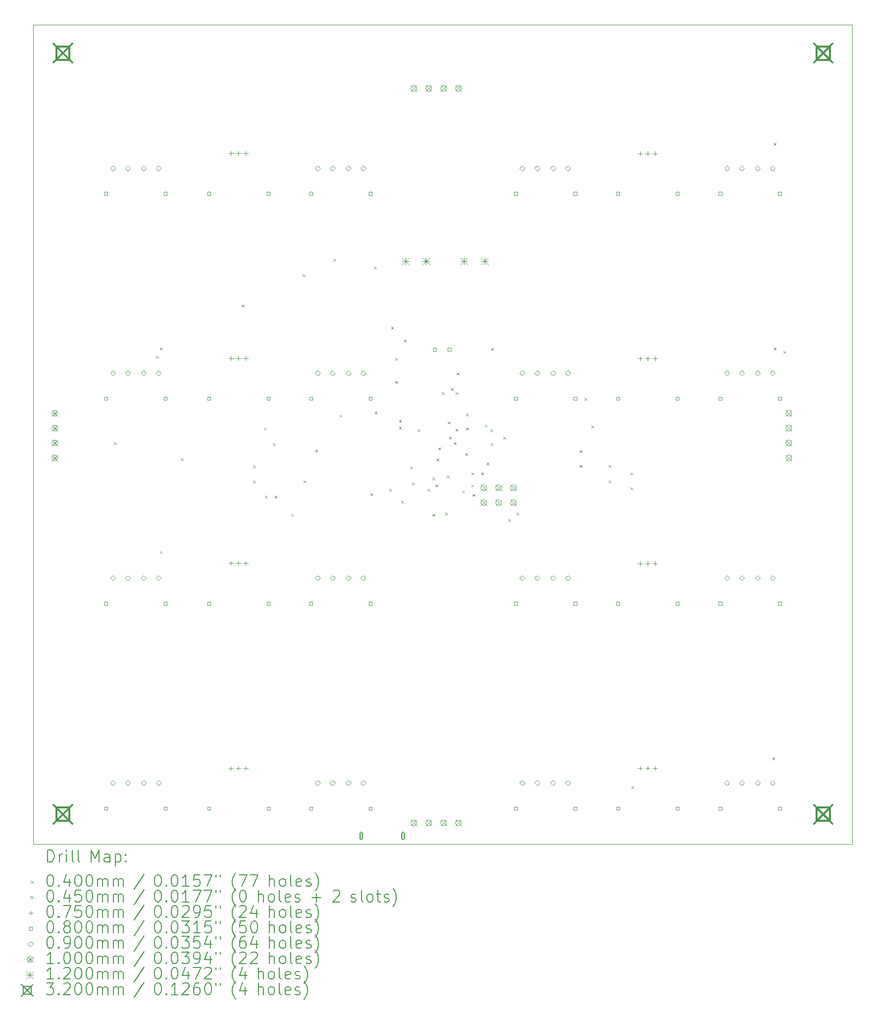
<source format=gbr>
%TF.GenerationSoftware,KiCad,Pcbnew,(7.0.0-0)*%
%TF.CreationDate,2023-05-03T20:54:05-04:00*%
%TF.ProjectId,InteractiveLEDs,496e7465-7261-4637-9469-76654c454473,rev?*%
%TF.SameCoordinates,Original*%
%TF.FileFunction,Drillmap*%
%TF.FilePolarity,Positive*%
%FSLAX45Y45*%
G04 Gerber Fmt 4.5, Leading zero omitted, Abs format (unit mm)*
G04 Created by KiCad (PCBNEW (7.0.0-0)) date 2023-05-03 20:54:05*
%MOMM*%
%LPD*%
G01*
G04 APERTURE LIST*
%ADD10C,0.100000*%
%ADD11C,0.200000*%
%ADD12C,0.040000*%
%ADD13C,0.045000*%
%ADD14C,0.075000*%
%ADD15C,0.080000*%
%ADD16C,0.090000*%
%ADD17C,0.120000*%
%ADD18C,0.320000*%
G04 APERTURE END LIST*
D10*
X7795000Y-2315000D02*
X21795000Y-2315000D01*
X21795000Y-2315000D02*
X21795000Y-16315000D01*
X21795000Y-16315000D02*
X7795000Y-16315000D01*
X7795000Y-16315000D02*
X7795000Y-2315000D01*
D11*
D12*
X9175000Y-9445000D02*
X9215000Y-9485000D01*
X9215000Y-9445000D02*
X9175000Y-9485000D01*
X9895000Y-7970000D02*
X9935000Y-8010000D01*
X9935000Y-7970000D02*
X9895000Y-8010000D01*
X9955000Y-7830000D02*
X9995000Y-7870000D01*
X9995000Y-7830000D02*
X9955000Y-7870000D01*
X9955000Y-11305000D02*
X9995000Y-11345000D01*
X9995000Y-11305000D02*
X9955000Y-11345000D01*
X10315000Y-9715000D02*
X10355000Y-9755000D01*
X10355000Y-9715000D02*
X10315000Y-9755000D01*
X11355000Y-7095000D02*
X11395000Y-7135000D01*
X11395000Y-7095000D02*
X11355000Y-7135000D01*
X11550000Y-9845000D02*
X11590000Y-9885000D01*
X11590000Y-9845000D02*
X11550000Y-9885000D01*
X11550000Y-10100000D02*
X11590000Y-10140000D01*
X11590000Y-10100000D02*
X11550000Y-10140000D01*
X11735000Y-9195000D02*
X11775000Y-9235000D01*
X11775000Y-9195000D02*
X11735000Y-9235000D01*
X11755000Y-10360000D02*
X11795000Y-10400000D01*
X11795000Y-10360000D02*
X11755000Y-10400000D01*
X11890000Y-9465000D02*
X11930000Y-9505000D01*
X11930000Y-9465000D02*
X11890000Y-9505000D01*
X11920000Y-10360000D02*
X11960000Y-10400000D01*
X11960000Y-10360000D02*
X11920000Y-10400000D01*
X12200000Y-10670000D02*
X12240000Y-10710000D01*
X12240000Y-10670000D02*
X12200000Y-10710000D01*
X12400000Y-6575000D02*
X12440000Y-6615000D01*
X12440000Y-6575000D02*
X12400000Y-6615000D01*
X12415000Y-10095000D02*
X12455000Y-10135000D01*
X12455000Y-10095000D02*
X12415000Y-10135000D01*
X12615000Y-9575000D02*
X12655000Y-9615000D01*
X12655000Y-9575000D02*
X12615000Y-9615000D01*
X12925000Y-6310000D02*
X12965000Y-6350000D01*
X12965000Y-6310000D02*
X12925000Y-6350000D01*
X13030000Y-8975000D02*
X13070000Y-9015000D01*
X13070000Y-8975000D02*
X13030000Y-9015000D01*
X13555000Y-10315000D02*
X13595000Y-10355000D01*
X13595000Y-10315000D02*
X13555000Y-10355000D01*
X13615000Y-6450000D02*
X13655000Y-6490000D01*
X13655000Y-6450000D02*
X13615000Y-6490000D01*
X13630000Y-8920000D02*
X13670000Y-8960000D01*
X13670000Y-8920000D02*
X13630000Y-8960000D01*
X13880000Y-10240000D02*
X13920000Y-10280000D01*
X13920000Y-10240000D02*
X13880000Y-10280000D01*
X13910000Y-7475000D02*
X13950000Y-7515000D01*
X13950000Y-7475000D02*
X13910000Y-7515000D01*
X13980000Y-8005000D02*
X14020000Y-8045000D01*
X14020000Y-8005000D02*
X13980000Y-8045000D01*
X13985000Y-8400000D02*
X14025000Y-8440000D01*
X14025000Y-8400000D02*
X13985000Y-8440000D01*
X14045000Y-9065000D02*
X14085000Y-9105000D01*
X14085000Y-9065000D02*
X14045000Y-9105000D01*
X14045000Y-9185000D02*
X14085000Y-9225000D01*
X14085000Y-9185000D02*
X14045000Y-9225000D01*
X14085000Y-10445000D02*
X14125000Y-10485000D01*
X14125000Y-10445000D02*
X14085000Y-10485000D01*
X14130000Y-7695000D02*
X14170000Y-7735000D01*
X14170000Y-7695000D02*
X14130000Y-7735000D01*
X14235000Y-9860000D02*
X14275000Y-9900000D01*
X14275000Y-9860000D02*
X14235000Y-9900000D01*
X14270000Y-10130000D02*
X14310000Y-10170000D01*
X14310000Y-10130000D02*
X14270000Y-10170000D01*
X14360000Y-9225000D02*
X14400000Y-9265000D01*
X14400000Y-9225000D02*
X14360000Y-9265000D01*
X14535000Y-10240000D02*
X14575000Y-10280000D01*
X14575000Y-10240000D02*
X14535000Y-10280000D01*
X14615000Y-10045000D02*
X14655000Y-10085000D01*
X14655000Y-10045000D02*
X14615000Y-10085000D01*
X14615000Y-10670000D02*
X14655000Y-10710000D01*
X14655000Y-10670000D02*
X14615000Y-10710000D01*
X14665000Y-10170000D02*
X14705000Y-10210000D01*
X14705000Y-10170000D02*
X14665000Y-10210000D01*
X14690000Y-9725000D02*
X14730000Y-9765000D01*
X14730000Y-9725000D02*
X14690000Y-9765000D01*
X14720000Y-9535000D02*
X14760000Y-9575000D01*
X14760000Y-9535000D02*
X14720000Y-9575000D01*
X14780000Y-8590000D02*
X14820000Y-8630000D01*
X14820000Y-8590000D02*
X14780000Y-8630000D01*
X14840000Y-10650000D02*
X14880000Y-10690000D01*
X14880000Y-10650000D02*
X14840000Y-10690000D01*
X14860000Y-10015000D02*
X14900000Y-10055000D01*
X14900000Y-10015000D02*
X14860000Y-10055000D01*
X14880000Y-9095000D02*
X14920000Y-9135000D01*
X14920000Y-9095000D02*
X14880000Y-9135000D01*
X14900000Y-9350000D02*
X14940000Y-9390000D01*
X14940000Y-9350000D02*
X14900000Y-9390000D01*
X14935000Y-8520000D02*
X14975000Y-8560000D01*
X14975000Y-8520000D02*
X14935000Y-8560000D01*
X14985000Y-9445000D02*
X15025000Y-9485000D01*
X15025000Y-9445000D02*
X14985000Y-9485000D01*
X15010000Y-9215000D02*
X15050000Y-9255000D01*
X15050000Y-9215000D02*
X15010000Y-9255000D01*
X15015000Y-8590000D02*
X15055000Y-8630000D01*
X15055000Y-8590000D02*
X15015000Y-8630000D01*
X15030000Y-8255000D02*
X15070000Y-8295000D01*
X15070000Y-8255000D02*
X15030000Y-8295000D01*
X15130000Y-10270000D02*
X15170000Y-10310000D01*
X15170000Y-10270000D02*
X15130000Y-10310000D01*
X15180000Y-9630000D02*
X15220000Y-9670000D01*
X15220000Y-9630000D02*
X15180000Y-9670000D01*
X15190000Y-8955000D02*
X15230000Y-8995000D01*
X15230000Y-8955000D02*
X15190000Y-8995000D01*
X15190000Y-9195000D02*
X15230000Y-9235000D01*
X15230000Y-9195000D02*
X15190000Y-9235000D01*
X15282000Y-10170000D02*
X15322000Y-10210000D01*
X15322000Y-10170000D02*
X15282000Y-10210000D01*
X15285000Y-9960000D02*
X15325000Y-10000000D01*
X15325000Y-9960000D02*
X15285000Y-10000000D01*
X15305000Y-10330000D02*
X15345000Y-10370000D01*
X15345000Y-10330000D02*
X15305000Y-10370000D01*
X15452000Y-9960000D02*
X15492000Y-10000000D01*
X15492000Y-9960000D02*
X15452000Y-10000000D01*
X15510000Y-9145000D02*
X15550000Y-9185000D01*
X15550000Y-9145000D02*
X15510000Y-9185000D01*
X15545000Y-9795000D02*
X15585000Y-9835000D01*
X15585000Y-9795000D02*
X15545000Y-9835000D01*
X15610000Y-9225000D02*
X15650000Y-9265000D01*
X15650000Y-9225000D02*
X15610000Y-9265000D01*
X15615000Y-9460000D02*
X15655000Y-9500000D01*
X15655000Y-9460000D02*
X15615000Y-9500000D01*
X15620000Y-7835000D02*
X15660000Y-7875000D01*
X15660000Y-7835000D02*
X15620000Y-7875000D01*
X15830000Y-9350000D02*
X15870000Y-9390000D01*
X15870000Y-9350000D02*
X15830000Y-9390000D01*
X15915000Y-10760000D02*
X15955000Y-10800000D01*
X15955000Y-10760000D02*
X15915000Y-10800000D01*
X16055000Y-10650000D02*
X16095000Y-10690000D01*
X16095000Y-10650000D02*
X16055000Y-10690000D01*
X17135000Y-9580000D02*
X17175000Y-9620000D01*
X17175000Y-9580000D02*
X17135000Y-9620000D01*
X17135000Y-9835000D02*
X17175000Y-9875000D01*
X17175000Y-9835000D02*
X17135000Y-9875000D01*
X17215000Y-8695000D02*
X17255000Y-8735000D01*
X17255000Y-8695000D02*
X17215000Y-8735000D01*
X17335000Y-9160000D02*
X17375000Y-9200000D01*
X17375000Y-9160000D02*
X17335000Y-9200000D01*
X17630000Y-9835000D02*
X17670000Y-9875000D01*
X17670000Y-9835000D02*
X17630000Y-9875000D01*
X17630000Y-10095000D02*
X17670000Y-10135000D01*
X17670000Y-10095000D02*
X17630000Y-10135000D01*
X18005000Y-9960000D02*
X18045000Y-10000000D01*
X18045000Y-9960000D02*
X18005000Y-10000000D01*
X18005000Y-10215000D02*
X18045000Y-10255000D01*
X18045000Y-10215000D02*
X18005000Y-10255000D01*
X18020000Y-15320000D02*
X18060000Y-15360000D01*
X18060000Y-15320000D02*
X18020000Y-15360000D01*
X20430000Y-14830000D02*
X20470000Y-14870000D01*
X20470000Y-14830000D02*
X20430000Y-14870000D01*
X20455000Y-4330000D02*
X20495000Y-4370000D01*
X20495000Y-4330000D02*
X20455000Y-4370000D01*
X20455000Y-7830000D02*
X20495000Y-7870000D01*
X20495000Y-7830000D02*
X20455000Y-7870000D01*
X20620000Y-7890000D02*
X20660000Y-7930000D01*
X20660000Y-7890000D02*
X20620000Y-7930000D01*
D13*
X13422500Y-16170000D02*
G75*
G03*
X13422500Y-16170000I-22500J0D01*
G01*
D11*
X13422500Y-16210000D02*
X13422500Y-16130000D01*
X13422500Y-16130000D02*
G75*
G03*
X13377500Y-16130000I-22500J0D01*
G01*
X13377500Y-16130000D02*
X13377500Y-16210000D01*
X13377500Y-16210000D02*
G75*
G03*
X13422500Y-16210000I22500J0D01*
G01*
D13*
X14137500Y-16170000D02*
G75*
G03*
X14137500Y-16170000I-22500J0D01*
G01*
D11*
X14092500Y-16130000D02*
X14092500Y-16210000D01*
X14092500Y-16210000D02*
G75*
G03*
X14137500Y-16210000I22500J0D01*
G01*
X14137500Y-16210000D02*
X14137500Y-16130000D01*
X14137500Y-16130000D02*
G75*
G03*
X14092500Y-16130000I-22500J0D01*
G01*
D14*
X11173000Y-4472500D02*
X11173000Y-4547500D01*
X11135500Y-4510000D02*
X11210500Y-4510000D01*
X11173000Y-7972500D02*
X11173000Y-8047500D01*
X11135500Y-8010000D02*
X11210500Y-8010000D01*
X11173000Y-11472500D02*
X11173000Y-11547500D01*
X11135500Y-11510000D02*
X11210500Y-11510000D01*
X11173000Y-14977500D02*
X11173000Y-15052500D01*
X11135500Y-15015000D02*
X11210500Y-15015000D01*
X11300000Y-4472500D02*
X11300000Y-4547500D01*
X11262500Y-4510000D02*
X11337500Y-4510000D01*
X11300000Y-7972500D02*
X11300000Y-8047500D01*
X11262500Y-8010000D02*
X11337500Y-8010000D01*
X11300000Y-11472500D02*
X11300000Y-11547500D01*
X11262500Y-11510000D02*
X11337500Y-11510000D01*
X11300000Y-14977500D02*
X11300000Y-15052500D01*
X11262500Y-15015000D02*
X11337500Y-15015000D01*
X11427000Y-4472500D02*
X11427000Y-4547500D01*
X11389500Y-4510000D02*
X11464500Y-4510000D01*
X11427000Y-7972500D02*
X11427000Y-8047500D01*
X11389500Y-8010000D02*
X11464500Y-8010000D01*
X11427000Y-11472500D02*
X11427000Y-11547500D01*
X11389500Y-11510000D02*
X11464500Y-11510000D01*
X11427000Y-14977500D02*
X11427000Y-15052500D01*
X11389500Y-15015000D02*
X11464500Y-15015000D01*
X18168000Y-4477500D02*
X18168000Y-4552500D01*
X18130500Y-4515000D02*
X18205500Y-4515000D01*
X18168000Y-7977500D02*
X18168000Y-8052500D01*
X18130500Y-8015000D02*
X18205500Y-8015000D01*
X18168000Y-11477500D02*
X18168000Y-11552500D01*
X18130500Y-11515000D02*
X18205500Y-11515000D01*
X18168000Y-14977500D02*
X18168000Y-15052500D01*
X18130500Y-15015000D02*
X18205500Y-15015000D01*
X18295000Y-4477500D02*
X18295000Y-4552500D01*
X18257500Y-4515000D02*
X18332500Y-4515000D01*
X18295000Y-7977500D02*
X18295000Y-8052500D01*
X18257500Y-8015000D02*
X18332500Y-8015000D01*
X18295000Y-11477500D02*
X18295000Y-11552500D01*
X18257500Y-11515000D02*
X18332500Y-11515000D01*
X18295000Y-14977500D02*
X18295000Y-15052500D01*
X18257500Y-15015000D02*
X18332500Y-15015000D01*
X18422000Y-4477500D02*
X18422000Y-4552500D01*
X18384500Y-4515000D02*
X18459500Y-4515000D01*
X18422000Y-7977500D02*
X18422000Y-8052500D01*
X18384500Y-8015000D02*
X18459500Y-8015000D01*
X18422000Y-11477500D02*
X18422000Y-11552500D01*
X18384500Y-11515000D02*
X18459500Y-11515000D01*
X18422000Y-14977500D02*
X18422000Y-15052500D01*
X18384500Y-15015000D02*
X18459500Y-15015000D01*
D15*
X9065285Y-5228285D02*
X9065285Y-5171716D01*
X9008716Y-5171716D01*
X9008716Y-5228285D01*
X9065285Y-5228285D01*
X9065285Y-8728285D02*
X9065285Y-8671716D01*
X9008716Y-8671716D01*
X9008716Y-8728285D01*
X9065285Y-8728285D01*
X9065285Y-12228284D02*
X9065285Y-12171715D01*
X9008716Y-12171715D01*
X9008716Y-12228284D01*
X9065285Y-12228284D01*
X9065285Y-15728284D02*
X9065285Y-15671715D01*
X9008716Y-15671715D01*
X9008716Y-15728284D01*
X9065285Y-15728284D01*
X10081285Y-5228285D02*
X10081285Y-5171716D01*
X10024716Y-5171716D01*
X10024716Y-5228285D01*
X10081285Y-5228285D01*
X10081285Y-8728285D02*
X10081285Y-8671716D01*
X10024716Y-8671716D01*
X10024716Y-8728285D01*
X10081285Y-8728285D01*
X10081285Y-12228284D02*
X10081285Y-12171715D01*
X10024716Y-12171715D01*
X10024716Y-12228284D01*
X10081285Y-12228284D01*
X10081285Y-15728284D02*
X10081285Y-15671715D01*
X10024716Y-15671715D01*
X10024716Y-15728284D01*
X10081285Y-15728284D01*
X10826285Y-5228285D02*
X10826285Y-5171716D01*
X10769716Y-5171716D01*
X10769716Y-5228285D01*
X10826285Y-5228285D01*
X10826285Y-8728285D02*
X10826285Y-8671716D01*
X10769716Y-8671716D01*
X10769716Y-8728285D01*
X10826285Y-8728285D01*
X10826285Y-12228284D02*
X10826285Y-12171715D01*
X10769716Y-12171715D01*
X10769716Y-12228284D01*
X10826285Y-12228284D01*
X10826285Y-15728284D02*
X10826285Y-15671715D01*
X10769716Y-15671715D01*
X10769716Y-15728284D01*
X10826285Y-15728284D01*
X11842284Y-5228285D02*
X11842284Y-5171716D01*
X11785715Y-5171716D01*
X11785715Y-5228285D01*
X11842284Y-5228285D01*
X11842284Y-8728285D02*
X11842284Y-8671716D01*
X11785715Y-8671716D01*
X11785715Y-8728285D01*
X11842284Y-8728285D01*
X11842284Y-12228284D02*
X11842284Y-12171715D01*
X11785715Y-12171715D01*
X11785715Y-12228284D01*
X11842284Y-12228284D01*
X11842284Y-15728284D02*
X11842284Y-15671715D01*
X11785715Y-15671715D01*
X11785715Y-15728284D01*
X11842284Y-15728284D01*
X12570284Y-5228285D02*
X12570284Y-5171716D01*
X12513715Y-5171716D01*
X12513715Y-5228285D01*
X12570284Y-5228285D01*
X12570284Y-8728285D02*
X12570284Y-8671716D01*
X12513715Y-8671716D01*
X12513715Y-8728285D01*
X12570284Y-8728285D01*
X12570284Y-12228284D02*
X12570284Y-12171715D01*
X12513715Y-12171715D01*
X12513715Y-12228284D01*
X12570284Y-12228284D01*
X12570284Y-15728284D02*
X12570284Y-15671715D01*
X12513715Y-15671715D01*
X12513715Y-15728284D01*
X12570284Y-15728284D01*
X13586284Y-5228285D02*
X13586284Y-5171716D01*
X13529715Y-5171716D01*
X13529715Y-5228285D01*
X13586284Y-5228285D01*
X13586284Y-8728285D02*
X13586284Y-8671716D01*
X13529715Y-8671716D01*
X13529715Y-8728285D01*
X13586284Y-8728285D01*
X13586284Y-12228284D02*
X13586284Y-12171715D01*
X13529715Y-12171715D01*
X13529715Y-12228284D01*
X13586284Y-12228284D01*
X13586284Y-15728284D02*
X13586284Y-15671715D01*
X13529715Y-15671715D01*
X13529715Y-15728284D01*
X13586284Y-15728284D01*
X14686522Y-7888284D02*
X14686522Y-7831715D01*
X14629953Y-7831715D01*
X14629953Y-7888284D01*
X14686522Y-7888284D01*
X14936522Y-7888284D02*
X14936522Y-7831715D01*
X14879953Y-7831715D01*
X14879953Y-7888284D01*
X14936522Y-7888284D01*
X16070284Y-5228285D02*
X16070284Y-5171716D01*
X16013715Y-5171716D01*
X16013715Y-5228285D01*
X16070284Y-5228285D01*
X16070284Y-8728285D02*
X16070284Y-8671716D01*
X16013715Y-8671716D01*
X16013715Y-8728285D01*
X16070284Y-8728285D01*
X16070284Y-12228284D02*
X16070284Y-12171715D01*
X16013715Y-12171715D01*
X16013715Y-12228284D01*
X16070284Y-12228284D01*
X16070284Y-15728284D02*
X16070284Y-15671715D01*
X16013715Y-15671715D01*
X16013715Y-15728284D01*
X16070284Y-15728284D01*
X17086285Y-5228285D02*
X17086285Y-5171716D01*
X17029716Y-5171716D01*
X17029716Y-5228285D01*
X17086285Y-5228285D01*
X17086285Y-8728285D02*
X17086285Y-8671716D01*
X17029716Y-8671716D01*
X17029716Y-8728285D01*
X17086285Y-8728285D01*
X17086285Y-12228284D02*
X17086285Y-12171715D01*
X17029716Y-12171715D01*
X17029716Y-12228284D01*
X17086285Y-12228284D01*
X17086285Y-15728284D02*
X17086285Y-15671715D01*
X17029716Y-15671715D01*
X17029716Y-15728284D01*
X17086285Y-15728284D01*
X17820285Y-5228285D02*
X17820285Y-5171716D01*
X17763716Y-5171716D01*
X17763716Y-5228285D01*
X17820285Y-5228285D01*
X17820285Y-8728285D02*
X17820285Y-8671716D01*
X17763716Y-8671716D01*
X17763716Y-8728285D01*
X17820285Y-8728285D01*
X17820285Y-12228284D02*
X17820285Y-12171715D01*
X17763716Y-12171715D01*
X17763716Y-12228284D01*
X17820285Y-12228284D01*
X17820285Y-15728284D02*
X17820285Y-15671715D01*
X17763716Y-15671715D01*
X17763716Y-15728284D01*
X17820285Y-15728284D01*
X18836285Y-5228285D02*
X18836285Y-5171716D01*
X18779716Y-5171716D01*
X18779716Y-5228285D01*
X18836285Y-5228285D01*
X18836285Y-8728285D02*
X18836285Y-8671716D01*
X18779716Y-8671716D01*
X18779716Y-8728285D01*
X18836285Y-8728285D01*
X18836285Y-12228284D02*
X18836285Y-12171715D01*
X18779716Y-12171715D01*
X18779716Y-12228284D01*
X18836285Y-12228284D01*
X18836285Y-15728284D02*
X18836285Y-15671715D01*
X18779716Y-15671715D01*
X18779716Y-15728284D01*
X18836285Y-15728284D01*
X19570285Y-5228285D02*
X19570285Y-5171716D01*
X19513716Y-5171716D01*
X19513716Y-5228285D01*
X19570285Y-5228285D01*
X19570285Y-8728285D02*
X19570285Y-8671716D01*
X19513716Y-8671716D01*
X19513716Y-8728285D01*
X19570285Y-8728285D01*
X19570285Y-12228284D02*
X19570285Y-12171715D01*
X19513716Y-12171715D01*
X19513716Y-12228284D01*
X19570285Y-12228284D01*
X19570285Y-15728284D02*
X19570285Y-15671715D01*
X19513716Y-15671715D01*
X19513716Y-15728284D01*
X19570285Y-15728284D01*
X20586285Y-5228285D02*
X20586285Y-5171716D01*
X20529716Y-5171716D01*
X20529716Y-5228285D01*
X20586285Y-5228285D01*
X20586285Y-8728285D02*
X20586285Y-8671716D01*
X20529716Y-8671716D01*
X20529716Y-8728285D01*
X20586285Y-8728285D01*
X20586285Y-12228284D02*
X20586285Y-12171715D01*
X20529716Y-12171715D01*
X20529716Y-12228284D01*
X20586285Y-12228284D01*
X20586285Y-15728284D02*
X20586285Y-15671715D01*
X20529716Y-15671715D01*
X20529716Y-15728284D01*
X20586285Y-15728284D01*
D16*
X9155000Y-4810000D02*
X9200000Y-4765000D01*
X9155000Y-4720000D01*
X9110000Y-4765000D01*
X9155000Y-4810000D01*
X9155000Y-8310000D02*
X9200000Y-8265000D01*
X9155000Y-8220000D01*
X9110000Y-8265000D01*
X9155000Y-8310000D01*
X9155000Y-11810000D02*
X9200000Y-11765000D01*
X9155000Y-11720000D01*
X9110000Y-11765000D01*
X9155000Y-11810000D01*
X9155000Y-15310000D02*
X9200000Y-15265000D01*
X9155000Y-15220000D01*
X9110000Y-15265000D01*
X9155000Y-15310000D01*
X9409000Y-4810000D02*
X9454000Y-4765000D01*
X9409000Y-4720000D01*
X9364000Y-4765000D01*
X9409000Y-4810000D01*
X9409000Y-8310000D02*
X9454000Y-8265000D01*
X9409000Y-8220000D01*
X9364000Y-8265000D01*
X9409000Y-8310000D01*
X9409000Y-11810000D02*
X9454000Y-11765000D01*
X9409000Y-11720000D01*
X9364000Y-11765000D01*
X9409000Y-11810000D01*
X9409000Y-15310000D02*
X9454000Y-15265000D01*
X9409000Y-15220000D01*
X9364000Y-15265000D01*
X9409000Y-15310000D01*
X9680000Y-4810000D02*
X9725000Y-4765000D01*
X9680000Y-4720000D01*
X9635000Y-4765000D01*
X9680000Y-4810000D01*
X9680000Y-8310000D02*
X9725000Y-8265000D01*
X9680000Y-8220000D01*
X9635000Y-8265000D01*
X9680000Y-8310000D01*
X9680000Y-11810000D02*
X9725000Y-11765000D01*
X9680000Y-11720000D01*
X9635000Y-11765000D01*
X9680000Y-11810000D01*
X9680000Y-15310000D02*
X9725000Y-15265000D01*
X9680000Y-15220000D01*
X9635000Y-15265000D01*
X9680000Y-15310000D01*
X9934000Y-4810000D02*
X9979000Y-4765000D01*
X9934000Y-4720000D01*
X9889000Y-4765000D01*
X9934000Y-4810000D01*
X9934000Y-8310000D02*
X9979000Y-8265000D01*
X9934000Y-8220000D01*
X9889000Y-8265000D01*
X9934000Y-8310000D01*
X9934000Y-11810000D02*
X9979000Y-11765000D01*
X9934000Y-11720000D01*
X9889000Y-11765000D01*
X9934000Y-11810000D01*
X9934000Y-15310000D02*
X9979000Y-15265000D01*
X9934000Y-15220000D01*
X9889000Y-15265000D01*
X9934000Y-15310000D01*
X12655000Y-4810000D02*
X12700000Y-4765000D01*
X12655000Y-4720000D01*
X12610000Y-4765000D01*
X12655000Y-4810000D01*
X12655000Y-8310000D02*
X12700000Y-8265000D01*
X12655000Y-8220000D01*
X12610000Y-8265000D01*
X12655000Y-8310000D01*
X12655000Y-11810000D02*
X12700000Y-11765000D01*
X12655000Y-11720000D01*
X12610000Y-11765000D01*
X12655000Y-11810000D01*
X12655000Y-15310000D02*
X12700000Y-15265000D01*
X12655000Y-15220000D01*
X12610000Y-15265000D01*
X12655000Y-15310000D01*
X12909000Y-4810000D02*
X12954000Y-4765000D01*
X12909000Y-4720000D01*
X12864000Y-4765000D01*
X12909000Y-4810000D01*
X12909000Y-8310000D02*
X12954000Y-8265000D01*
X12909000Y-8220000D01*
X12864000Y-8265000D01*
X12909000Y-8310000D01*
X12909000Y-11810000D02*
X12954000Y-11765000D01*
X12909000Y-11720000D01*
X12864000Y-11765000D01*
X12909000Y-11810000D01*
X12909000Y-15310000D02*
X12954000Y-15265000D01*
X12909000Y-15220000D01*
X12864000Y-15265000D01*
X12909000Y-15310000D01*
X13180000Y-4810000D02*
X13225000Y-4765000D01*
X13180000Y-4720000D01*
X13135000Y-4765000D01*
X13180000Y-4810000D01*
X13180000Y-8310000D02*
X13225000Y-8265000D01*
X13180000Y-8220000D01*
X13135000Y-8265000D01*
X13180000Y-8310000D01*
X13180000Y-11810000D02*
X13225000Y-11765000D01*
X13180000Y-11720000D01*
X13135000Y-11765000D01*
X13180000Y-11810000D01*
X13180000Y-15310000D02*
X13225000Y-15265000D01*
X13180000Y-15220000D01*
X13135000Y-15265000D01*
X13180000Y-15310000D01*
X13434000Y-4810000D02*
X13479000Y-4765000D01*
X13434000Y-4720000D01*
X13389000Y-4765000D01*
X13434000Y-4810000D01*
X13434000Y-8310000D02*
X13479000Y-8265000D01*
X13434000Y-8220000D01*
X13389000Y-8265000D01*
X13434000Y-8310000D01*
X13434000Y-11810000D02*
X13479000Y-11765000D01*
X13434000Y-11720000D01*
X13389000Y-11765000D01*
X13434000Y-11810000D01*
X13434000Y-15310000D02*
X13479000Y-15265000D01*
X13434000Y-15220000D01*
X13389000Y-15265000D01*
X13434000Y-15310000D01*
X16155000Y-4810000D02*
X16200000Y-4765000D01*
X16155000Y-4720000D01*
X16110000Y-4765000D01*
X16155000Y-4810000D01*
X16155000Y-8310000D02*
X16200000Y-8265000D01*
X16155000Y-8220000D01*
X16110000Y-8265000D01*
X16155000Y-8310000D01*
X16155000Y-11810000D02*
X16200000Y-11765000D01*
X16155000Y-11720000D01*
X16110000Y-11765000D01*
X16155000Y-11810000D01*
X16155000Y-15310000D02*
X16200000Y-15265000D01*
X16155000Y-15220000D01*
X16110000Y-15265000D01*
X16155000Y-15310000D01*
X16409000Y-4810000D02*
X16454000Y-4765000D01*
X16409000Y-4720000D01*
X16364000Y-4765000D01*
X16409000Y-4810000D01*
X16409000Y-8310000D02*
X16454000Y-8265000D01*
X16409000Y-8220000D01*
X16364000Y-8265000D01*
X16409000Y-8310000D01*
X16409000Y-11810000D02*
X16454000Y-11765000D01*
X16409000Y-11720000D01*
X16364000Y-11765000D01*
X16409000Y-11810000D01*
X16409000Y-15310000D02*
X16454000Y-15265000D01*
X16409000Y-15220000D01*
X16364000Y-15265000D01*
X16409000Y-15310000D01*
X16680000Y-4810000D02*
X16725000Y-4765000D01*
X16680000Y-4720000D01*
X16635000Y-4765000D01*
X16680000Y-4810000D01*
X16680000Y-8310000D02*
X16725000Y-8265000D01*
X16680000Y-8220000D01*
X16635000Y-8265000D01*
X16680000Y-8310000D01*
X16680000Y-11810000D02*
X16725000Y-11765000D01*
X16680000Y-11720000D01*
X16635000Y-11765000D01*
X16680000Y-11810000D01*
X16680000Y-15310000D02*
X16725000Y-15265000D01*
X16680000Y-15220000D01*
X16635000Y-15265000D01*
X16680000Y-15310000D01*
X16934000Y-4810000D02*
X16979000Y-4765000D01*
X16934000Y-4720000D01*
X16889000Y-4765000D01*
X16934000Y-4810000D01*
X16934000Y-8310000D02*
X16979000Y-8265000D01*
X16934000Y-8220000D01*
X16889000Y-8265000D01*
X16934000Y-8310000D01*
X16934000Y-11810000D02*
X16979000Y-11765000D01*
X16934000Y-11720000D01*
X16889000Y-11765000D01*
X16934000Y-11810000D01*
X16934000Y-15310000D02*
X16979000Y-15265000D01*
X16934000Y-15220000D01*
X16889000Y-15265000D01*
X16934000Y-15310000D01*
X19655000Y-4810000D02*
X19700000Y-4765000D01*
X19655000Y-4720000D01*
X19610000Y-4765000D01*
X19655000Y-4810000D01*
X19655000Y-8310000D02*
X19700000Y-8265000D01*
X19655000Y-8220000D01*
X19610000Y-8265000D01*
X19655000Y-8310000D01*
X19655000Y-11810000D02*
X19700000Y-11765000D01*
X19655000Y-11720000D01*
X19610000Y-11765000D01*
X19655000Y-11810000D01*
X19655000Y-15310000D02*
X19700000Y-15265000D01*
X19655000Y-15220000D01*
X19610000Y-15265000D01*
X19655000Y-15310000D01*
X19909000Y-4810000D02*
X19954000Y-4765000D01*
X19909000Y-4720000D01*
X19864000Y-4765000D01*
X19909000Y-4810000D01*
X19909000Y-8310000D02*
X19954000Y-8265000D01*
X19909000Y-8220000D01*
X19864000Y-8265000D01*
X19909000Y-8310000D01*
X19909000Y-11810000D02*
X19954000Y-11765000D01*
X19909000Y-11720000D01*
X19864000Y-11765000D01*
X19909000Y-11810000D01*
X19909000Y-15310000D02*
X19954000Y-15265000D01*
X19909000Y-15220000D01*
X19864000Y-15265000D01*
X19909000Y-15310000D01*
X20180000Y-4810000D02*
X20225000Y-4765000D01*
X20180000Y-4720000D01*
X20135000Y-4765000D01*
X20180000Y-4810000D01*
X20180000Y-8310000D02*
X20225000Y-8265000D01*
X20180000Y-8220000D01*
X20135000Y-8265000D01*
X20180000Y-8310000D01*
X20180000Y-11810000D02*
X20225000Y-11765000D01*
X20180000Y-11720000D01*
X20135000Y-11765000D01*
X20180000Y-11810000D01*
X20180000Y-15310000D02*
X20225000Y-15265000D01*
X20180000Y-15220000D01*
X20135000Y-15265000D01*
X20180000Y-15310000D01*
X20434000Y-4810000D02*
X20479000Y-4765000D01*
X20434000Y-4720000D01*
X20389000Y-4765000D01*
X20434000Y-4810000D01*
X20434000Y-8310000D02*
X20479000Y-8265000D01*
X20434000Y-8220000D01*
X20389000Y-8265000D01*
X20434000Y-8310000D01*
X20434000Y-11810000D02*
X20479000Y-11765000D01*
X20434000Y-11720000D01*
X20389000Y-11765000D01*
X20434000Y-11810000D01*
X20434000Y-15310000D02*
X20479000Y-15265000D01*
X20434000Y-15220000D01*
X20389000Y-15265000D01*
X20434000Y-15310000D01*
D10*
X8110000Y-8900000D02*
X8210000Y-9000000D01*
X8210000Y-8900000D02*
X8110000Y-9000000D01*
X8210000Y-8950000D02*
G75*
G03*
X8210000Y-8950000I-50000J0D01*
G01*
X8110000Y-9154000D02*
X8210000Y-9254000D01*
X8210000Y-9154000D02*
X8110000Y-9254000D01*
X8210000Y-9204000D02*
G75*
G03*
X8210000Y-9204000I-50000J0D01*
G01*
X8110000Y-9408000D02*
X8210000Y-9508000D01*
X8210000Y-9408000D02*
X8110000Y-9508000D01*
X8210000Y-9458000D02*
G75*
G03*
X8210000Y-9458000I-50000J0D01*
G01*
X8110000Y-9662000D02*
X8210000Y-9762000D01*
X8210000Y-9662000D02*
X8110000Y-9762000D01*
X8210000Y-9712000D02*
G75*
G03*
X8210000Y-9712000I-50000J0D01*
G01*
X14250000Y-3352500D02*
X14350000Y-3452500D01*
X14350000Y-3352500D02*
X14250000Y-3452500D01*
X14350000Y-3402500D02*
G75*
G03*
X14350000Y-3402500I-50000J0D01*
G01*
X14250000Y-15900000D02*
X14350000Y-16000000D01*
X14350000Y-15900000D02*
X14250000Y-16000000D01*
X14350000Y-15950000D02*
G75*
G03*
X14350000Y-15950000I-50000J0D01*
G01*
X14504000Y-3352500D02*
X14604000Y-3452500D01*
X14604000Y-3352500D02*
X14504000Y-3452500D01*
X14604000Y-3402500D02*
G75*
G03*
X14604000Y-3402500I-50000J0D01*
G01*
X14504000Y-15900000D02*
X14604000Y-16000000D01*
X14604000Y-15900000D02*
X14504000Y-16000000D01*
X14604000Y-15950000D02*
G75*
G03*
X14604000Y-15950000I-50000J0D01*
G01*
X14758000Y-3352500D02*
X14858000Y-3452500D01*
X14858000Y-3352500D02*
X14758000Y-3452500D01*
X14858000Y-3402500D02*
G75*
G03*
X14858000Y-3402500I-50000J0D01*
G01*
X14758000Y-15900000D02*
X14858000Y-16000000D01*
X14858000Y-15900000D02*
X14758000Y-16000000D01*
X14858000Y-15950000D02*
G75*
G03*
X14858000Y-15950000I-50000J0D01*
G01*
X15012000Y-3352500D02*
X15112000Y-3452500D01*
X15112000Y-3352500D02*
X15012000Y-3452500D01*
X15112000Y-3402500D02*
G75*
G03*
X15112000Y-3402500I-50000J0D01*
G01*
X15012000Y-15900000D02*
X15112000Y-16000000D01*
X15112000Y-15900000D02*
X15012000Y-16000000D01*
X15112000Y-15950000D02*
G75*
G03*
X15112000Y-15950000I-50000J0D01*
G01*
X15444500Y-10172500D02*
X15544500Y-10272500D01*
X15544500Y-10172500D02*
X15444500Y-10272500D01*
X15544500Y-10222500D02*
G75*
G03*
X15544500Y-10222500I-50000J0D01*
G01*
X15444500Y-10426500D02*
X15544500Y-10526500D01*
X15544500Y-10426500D02*
X15444500Y-10526500D01*
X15544500Y-10476500D02*
G75*
G03*
X15544500Y-10476500I-50000J0D01*
G01*
X15698500Y-10172500D02*
X15798500Y-10272500D01*
X15798500Y-10172500D02*
X15698500Y-10272500D01*
X15798500Y-10222500D02*
G75*
G03*
X15798500Y-10222500I-50000J0D01*
G01*
X15698500Y-10426500D02*
X15798500Y-10526500D01*
X15798500Y-10426500D02*
X15698500Y-10526500D01*
X15798500Y-10476500D02*
G75*
G03*
X15798500Y-10476500I-50000J0D01*
G01*
X15952500Y-10172500D02*
X16052500Y-10272500D01*
X16052500Y-10172500D02*
X15952500Y-10272500D01*
X16052500Y-10222500D02*
G75*
G03*
X16052500Y-10222500I-50000J0D01*
G01*
X15952500Y-10426500D02*
X16052500Y-10526500D01*
X16052500Y-10426500D02*
X15952500Y-10526500D01*
X16052500Y-10476500D02*
G75*
G03*
X16052500Y-10476500I-50000J0D01*
G01*
X20662500Y-8900000D02*
X20762500Y-9000000D01*
X20762500Y-8900000D02*
X20662500Y-9000000D01*
X20762500Y-8950000D02*
G75*
G03*
X20762500Y-8950000I-50000J0D01*
G01*
X20662500Y-9154000D02*
X20762500Y-9254000D01*
X20762500Y-9154000D02*
X20662500Y-9254000D01*
X20762500Y-9204000D02*
G75*
G03*
X20762500Y-9204000I-50000J0D01*
G01*
X20662500Y-9408000D02*
X20762500Y-9508000D01*
X20762500Y-9408000D02*
X20662500Y-9508000D01*
X20762500Y-9458000D02*
G75*
G03*
X20762500Y-9458000I-50000J0D01*
G01*
X20662500Y-9662000D02*
X20762500Y-9762000D01*
X20762500Y-9662000D02*
X20662500Y-9762000D01*
X20762500Y-9712000D02*
G75*
G03*
X20762500Y-9712000I-50000J0D01*
G01*
D17*
X14100000Y-6295000D02*
X14220000Y-6415000D01*
X14220000Y-6295000D02*
X14100000Y-6415000D01*
X14160000Y-6295000D02*
X14160000Y-6415000D01*
X14100000Y-6355000D02*
X14220000Y-6355000D01*
X14450000Y-6295000D02*
X14570000Y-6415000D01*
X14570000Y-6295000D02*
X14450000Y-6415000D01*
X14510000Y-6295000D02*
X14510000Y-6415000D01*
X14450000Y-6355000D02*
X14570000Y-6355000D01*
X15100000Y-6295000D02*
X15220000Y-6415000D01*
X15220000Y-6295000D02*
X15100000Y-6415000D01*
X15160000Y-6295000D02*
X15160000Y-6415000D01*
X15100000Y-6355000D02*
X15220000Y-6355000D01*
X15450000Y-6295000D02*
X15570000Y-6415000D01*
X15570000Y-6295000D02*
X15450000Y-6415000D01*
X15510000Y-6295000D02*
X15510000Y-6415000D01*
X15450000Y-6355000D02*
X15570000Y-6355000D01*
D18*
X8140000Y-2640000D02*
X8460000Y-2960000D01*
X8460000Y-2640000D02*
X8140000Y-2960000D01*
X8413138Y-2913138D02*
X8413138Y-2686862D01*
X8186862Y-2686862D01*
X8186862Y-2913138D01*
X8413138Y-2913138D01*
X8140000Y-15640000D02*
X8460000Y-15960000D01*
X8460000Y-15640000D02*
X8140000Y-15960000D01*
X8413138Y-15913138D02*
X8413138Y-15686862D01*
X8186862Y-15686862D01*
X8186862Y-15913138D01*
X8413138Y-15913138D01*
X21140000Y-2640000D02*
X21460000Y-2960000D01*
X21460000Y-2640000D02*
X21140000Y-2960000D01*
X21413138Y-2913138D02*
X21413138Y-2686862D01*
X21186862Y-2686862D01*
X21186862Y-2913138D01*
X21413138Y-2913138D01*
X21140000Y-15640000D02*
X21460000Y-15960000D01*
X21460000Y-15640000D02*
X21140000Y-15960000D01*
X21413138Y-15913138D02*
X21413138Y-15686862D01*
X21186862Y-15686862D01*
X21186862Y-15913138D01*
X21413138Y-15913138D01*
D11*
X8037619Y-16613476D02*
X8037619Y-16413476D01*
X8037619Y-16413476D02*
X8085238Y-16413476D01*
X8085238Y-16413476D02*
X8113809Y-16423000D01*
X8113809Y-16423000D02*
X8132857Y-16442048D01*
X8132857Y-16442048D02*
X8142381Y-16461095D01*
X8142381Y-16461095D02*
X8151905Y-16499190D01*
X8151905Y-16499190D02*
X8151905Y-16527762D01*
X8151905Y-16527762D02*
X8142381Y-16565857D01*
X8142381Y-16565857D02*
X8132857Y-16584905D01*
X8132857Y-16584905D02*
X8113809Y-16603952D01*
X8113809Y-16603952D02*
X8085238Y-16613476D01*
X8085238Y-16613476D02*
X8037619Y-16613476D01*
X8237619Y-16613476D02*
X8237619Y-16480143D01*
X8237619Y-16518238D02*
X8247143Y-16499190D01*
X8247143Y-16499190D02*
X8256667Y-16489667D01*
X8256667Y-16489667D02*
X8275714Y-16480143D01*
X8275714Y-16480143D02*
X8294762Y-16480143D01*
X8361428Y-16613476D02*
X8361428Y-16480143D01*
X8361428Y-16413476D02*
X8351905Y-16423000D01*
X8351905Y-16423000D02*
X8361428Y-16432524D01*
X8361428Y-16432524D02*
X8370952Y-16423000D01*
X8370952Y-16423000D02*
X8361428Y-16413476D01*
X8361428Y-16413476D02*
X8361428Y-16432524D01*
X8485238Y-16613476D02*
X8466190Y-16603952D01*
X8466190Y-16603952D02*
X8456667Y-16584905D01*
X8456667Y-16584905D02*
X8456667Y-16413476D01*
X8590000Y-16613476D02*
X8570952Y-16603952D01*
X8570952Y-16603952D02*
X8561429Y-16584905D01*
X8561429Y-16584905D02*
X8561429Y-16413476D01*
X8786190Y-16613476D02*
X8786190Y-16413476D01*
X8786190Y-16413476D02*
X8852857Y-16556333D01*
X8852857Y-16556333D02*
X8919524Y-16413476D01*
X8919524Y-16413476D02*
X8919524Y-16613476D01*
X9100476Y-16613476D02*
X9100476Y-16508714D01*
X9100476Y-16508714D02*
X9090952Y-16489667D01*
X9090952Y-16489667D02*
X9071905Y-16480143D01*
X9071905Y-16480143D02*
X9033809Y-16480143D01*
X9033809Y-16480143D02*
X9014762Y-16489667D01*
X9100476Y-16603952D02*
X9081429Y-16613476D01*
X9081429Y-16613476D02*
X9033809Y-16613476D01*
X9033809Y-16613476D02*
X9014762Y-16603952D01*
X9014762Y-16603952D02*
X9005238Y-16584905D01*
X9005238Y-16584905D02*
X9005238Y-16565857D01*
X9005238Y-16565857D02*
X9014762Y-16546809D01*
X9014762Y-16546809D02*
X9033809Y-16537286D01*
X9033809Y-16537286D02*
X9081429Y-16537286D01*
X9081429Y-16537286D02*
X9100476Y-16527762D01*
X9195714Y-16480143D02*
X9195714Y-16680143D01*
X9195714Y-16489667D02*
X9214762Y-16480143D01*
X9214762Y-16480143D02*
X9252857Y-16480143D01*
X9252857Y-16480143D02*
X9271905Y-16489667D01*
X9271905Y-16489667D02*
X9281429Y-16499190D01*
X9281429Y-16499190D02*
X9290952Y-16518238D01*
X9290952Y-16518238D02*
X9290952Y-16575381D01*
X9290952Y-16575381D02*
X9281429Y-16594428D01*
X9281429Y-16594428D02*
X9271905Y-16603952D01*
X9271905Y-16603952D02*
X9252857Y-16613476D01*
X9252857Y-16613476D02*
X9214762Y-16613476D01*
X9214762Y-16613476D02*
X9195714Y-16603952D01*
X9376667Y-16594428D02*
X9386190Y-16603952D01*
X9386190Y-16603952D02*
X9376667Y-16613476D01*
X9376667Y-16613476D02*
X9367143Y-16603952D01*
X9367143Y-16603952D02*
X9376667Y-16594428D01*
X9376667Y-16594428D02*
X9376667Y-16613476D01*
X9376667Y-16489667D02*
X9386190Y-16499190D01*
X9386190Y-16499190D02*
X9376667Y-16508714D01*
X9376667Y-16508714D02*
X9367143Y-16499190D01*
X9367143Y-16499190D02*
X9376667Y-16489667D01*
X9376667Y-16489667D02*
X9376667Y-16508714D01*
D12*
X7750000Y-16940000D02*
X7790000Y-16980000D01*
X7790000Y-16940000D02*
X7750000Y-16980000D01*
D11*
X8075714Y-16833476D02*
X8094762Y-16833476D01*
X8094762Y-16833476D02*
X8113809Y-16843000D01*
X8113809Y-16843000D02*
X8123333Y-16852524D01*
X8123333Y-16852524D02*
X8132857Y-16871571D01*
X8132857Y-16871571D02*
X8142381Y-16909667D01*
X8142381Y-16909667D02*
X8142381Y-16957286D01*
X8142381Y-16957286D02*
X8132857Y-16995381D01*
X8132857Y-16995381D02*
X8123333Y-17014429D01*
X8123333Y-17014429D02*
X8113809Y-17023952D01*
X8113809Y-17023952D02*
X8094762Y-17033476D01*
X8094762Y-17033476D02*
X8075714Y-17033476D01*
X8075714Y-17033476D02*
X8056667Y-17023952D01*
X8056667Y-17023952D02*
X8047143Y-17014429D01*
X8047143Y-17014429D02*
X8037619Y-16995381D01*
X8037619Y-16995381D02*
X8028095Y-16957286D01*
X8028095Y-16957286D02*
X8028095Y-16909667D01*
X8028095Y-16909667D02*
X8037619Y-16871571D01*
X8037619Y-16871571D02*
X8047143Y-16852524D01*
X8047143Y-16852524D02*
X8056667Y-16843000D01*
X8056667Y-16843000D02*
X8075714Y-16833476D01*
X8228095Y-17014429D02*
X8237619Y-17023952D01*
X8237619Y-17023952D02*
X8228095Y-17033476D01*
X8228095Y-17033476D02*
X8218571Y-17023952D01*
X8218571Y-17023952D02*
X8228095Y-17014429D01*
X8228095Y-17014429D02*
X8228095Y-17033476D01*
X8409048Y-16900143D02*
X8409048Y-17033476D01*
X8361428Y-16823952D02*
X8313809Y-16966810D01*
X8313809Y-16966810D02*
X8437619Y-16966810D01*
X8551905Y-16833476D02*
X8570952Y-16833476D01*
X8570952Y-16833476D02*
X8590000Y-16843000D01*
X8590000Y-16843000D02*
X8599524Y-16852524D01*
X8599524Y-16852524D02*
X8609048Y-16871571D01*
X8609048Y-16871571D02*
X8618571Y-16909667D01*
X8618571Y-16909667D02*
X8618571Y-16957286D01*
X8618571Y-16957286D02*
X8609048Y-16995381D01*
X8609048Y-16995381D02*
X8599524Y-17014429D01*
X8599524Y-17014429D02*
X8590000Y-17023952D01*
X8590000Y-17023952D02*
X8570952Y-17033476D01*
X8570952Y-17033476D02*
X8551905Y-17033476D01*
X8551905Y-17033476D02*
X8532857Y-17023952D01*
X8532857Y-17023952D02*
X8523333Y-17014429D01*
X8523333Y-17014429D02*
X8513810Y-16995381D01*
X8513810Y-16995381D02*
X8504286Y-16957286D01*
X8504286Y-16957286D02*
X8504286Y-16909667D01*
X8504286Y-16909667D02*
X8513810Y-16871571D01*
X8513810Y-16871571D02*
X8523333Y-16852524D01*
X8523333Y-16852524D02*
X8532857Y-16843000D01*
X8532857Y-16843000D02*
X8551905Y-16833476D01*
X8742381Y-16833476D02*
X8761429Y-16833476D01*
X8761429Y-16833476D02*
X8780476Y-16843000D01*
X8780476Y-16843000D02*
X8790000Y-16852524D01*
X8790000Y-16852524D02*
X8799524Y-16871571D01*
X8799524Y-16871571D02*
X8809048Y-16909667D01*
X8809048Y-16909667D02*
X8809048Y-16957286D01*
X8809048Y-16957286D02*
X8799524Y-16995381D01*
X8799524Y-16995381D02*
X8790000Y-17014429D01*
X8790000Y-17014429D02*
X8780476Y-17023952D01*
X8780476Y-17023952D02*
X8761429Y-17033476D01*
X8761429Y-17033476D02*
X8742381Y-17033476D01*
X8742381Y-17033476D02*
X8723333Y-17023952D01*
X8723333Y-17023952D02*
X8713810Y-17014429D01*
X8713810Y-17014429D02*
X8704286Y-16995381D01*
X8704286Y-16995381D02*
X8694762Y-16957286D01*
X8694762Y-16957286D02*
X8694762Y-16909667D01*
X8694762Y-16909667D02*
X8704286Y-16871571D01*
X8704286Y-16871571D02*
X8713810Y-16852524D01*
X8713810Y-16852524D02*
X8723333Y-16843000D01*
X8723333Y-16843000D02*
X8742381Y-16833476D01*
X8894762Y-17033476D02*
X8894762Y-16900143D01*
X8894762Y-16919190D02*
X8904286Y-16909667D01*
X8904286Y-16909667D02*
X8923333Y-16900143D01*
X8923333Y-16900143D02*
X8951905Y-16900143D01*
X8951905Y-16900143D02*
X8970952Y-16909667D01*
X8970952Y-16909667D02*
X8980476Y-16928714D01*
X8980476Y-16928714D02*
X8980476Y-17033476D01*
X8980476Y-16928714D02*
X8990000Y-16909667D01*
X8990000Y-16909667D02*
X9009048Y-16900143D01*
X9009048Y-16900143D02*
X9037619Y-16900143D01*
X9037619Y-16900143D02*
X9056667Y-16909667D01*
X9056667Y-16909667D02*
X9066191Y-16928714D01*
X9066191Y-16928714D02*
X9066191Y-17033476D01*
X9161429Y-17033476D02*
X9161429Y-16900143D01*
X9161429Y-16919190D02*
X9170952Y-16909667D01*
X9170952Y-16909667D02*
X9190000Y-16900143D01*
X9190000Y-16900143D02*
X9218572Y-16900143D01*
X9218572Y-16900143D02*
X9237619Y-16909667D01*
X9237619Y-16909667D02*
X9247143Y-16928714D01*
X9247143Y-16928714D02*
X9247143Y-17033476D01*
X9247143Y-16928714D02*
X9256667Y-16909667D01*
X9256667Y-16909667D02*
X9275714Y-16900143D01*
X9275714Y-16900143D02*
X9304286Y-16900143D01*
X9304286Y-16900143D02*
X9323333Y-16909667D01*
X9323333Y-16909667D02*
X9332857Y-16928714D01*
X9332857Y-16928714D02*
X9332857Y-17033476D01*
X9690952Y-16823952D02*
X9519524Y-17081095D01*
X9915714Y-16833476D02*
X9934762Y-16833476D01*
X9934762Y-16833476D02*
X9953810Y-16843000D01*
X9953810Y-16843000D02*
X9963333Y-16852524D01*
X9963333Y-16852524D02*
X9972857Y-16871571D01*
X9972857Y-16871571D02*
X9982381Y-16909667D01*
X9982381Y-16909667D02*
X9982381Y-16957286D01*
X9982381Y-16957286D02*
X9972857Y-16995381D01*
X9972857Y-16995381D02*
X9963333Y-17014429D01*
X9963333Y-17014429D02*
X9953810Y-17023952D01*
X9953810Y-17023952D02*
X9934762Y-17033476D01*
X9934762Y-17033476D02*
X9915714Y-17033476D01*
X9915714Y-17033476D02*
X9896667Y-17023952D01*
X9896667Y-17023952D02*
X9887143Y-17014429D01*
X9887143Y-17014429D02*
X9877619Y-16995381D01*
X9877619Y-16995381D02*
X9868095Y-16957286D01*
X9868095Y-16957286D02*
X9868095Y-16909667D01*
X9868095Y-16909667D02*
X9877619Y-16871571D01*
X9877619Y-16871571D02*
X9887143Y-16852524D01*
X9887143Y-16852524D02*
X9896667Y-16843000D01*
X9896667Y-16843000D02*
X9915714Y-16833476D01*
X10068095Y-17014429D02*
X10077619Y-17023952D01*
X10077619Y-17023952D02*
X10068095Y-17033476D01*
X10068095Y-17033476D02*
X10058572Y-17023952D01*
X10058572Y-17023952D02*
X10068095Y-17014429D01*
X10068095Y-17014429D02*
X10068095Y-17033476D01*
X10201429Y-16833476D02*
X10220476Y-16833476D01*
X10220476Y-16833476D02*
X10239524Y-16843000D01*
X10239524Y-16843000D02*
X10249048Y-16852524D01*
X10249048Y-16852524D02*
X10258572Y-16871571D01*
X10258572Y-16871571D02*
X10268095Y-16909667D01*
X10268095Y-16909667D02*
X10268095Y-16957286D01*
X10268095Y-16957286D02*
X10258572Y-16995381D01*
X10258572Y-16995381D02*
X10249048Y-17014429D01*
X10249048Y-17014429D02*
X10239524Y-17023952D01*
X10239524Y-17023952D02*
X10220476Y-17033476D01*
X10220476Y-17033476D02*
X10201429Y-17033476D01*
X10201429Y-17033476D02*
X10182381Y-17023952D01*
X10182381Y-17023952D02*
X10172857Y-17014429D01*
X10172857Y-17014429D02*
X10163333Y-16995381D01*
X10163333Y-16995381D02*
X10153810Y-16957286D01*
X10153810Y-16957286D02*
X10153810Y-16909667D01*
X10153810Y-16909667D02*
X10163333Y-16871571D01*
X10163333Y-16871571D02*
X10172857Y-16852524D01*
X10172857Y-16852524D02*
X10182381Y-16843000D01*
X10182381Y-16843000D02*
X10201429Y-16833476D01*
X10458572Y-17033476D02*
X10344286Y-17033476D01*
X10401429Y-17033476D02*
X10401429Y-16833476D01*
X10401429Y-16833476D02*
X10382381Y-16862048D01*
X10382381Y-16862048D02*
X10363333Y-16881095D01*
X10363333Y-16881095D02*
X10344286Y-16890619D01*
X10639524Y-16833476D02*
X10544286Y-16833476D01*
X10544286Y-16833476D02*
X10534762Y-16928714D01*
X10534762Y-16928714D02*
X10544286Y-16919190D01*
X10544286Y-16919190D02*
X10563333Y-16909667D01*
X10563333Y-16909667D02*
X10610953Y-16909667D01*
X10610953Y-16909667D02*
X10630000Y-16919190D01*
X10630000Y-16919190D02*
X10639524Y-16928714D01*
X10639524Y-16928714D02*
X10649048Y-16947762D01*
X10649048Y-16947762D02*
X10649048Y-16995381D01*
X10649048Y-16995381D02*
X10639524Y-17014429D01*
X10639524Y-17014429D02*
X10630000Y-17023952D01*
X10630000Y-17023952D02*
X10610953Y-17033476D01*
X10610953Y-17033476D02*
X10563333Y-17033476D01*
X10563333Y-17033476D02*
X10544286Y-17023952D01*
X10544286Y-17023952D02*
X10534762Y-17014429D01*
X10715714Y-16833476D02*
X10849048Y-16833476D01*
X10849048Y-16833476D02*
X10763333Y-17033476D01*
X10915714Y-16833476D02*
X10915714Y-16871571D01*
X10991905Y-16833476D02*
X10991905Y-16871571D01*
X11254762Y-17109667D02*
X11245238Y-17100143D01*
X11245238Y-17100143D02*
X11226191Y-17071571D01*
X11226191Y-17071571D02*
X11216667Y-17052524D01*
X11216667Y-17052524D02*
X11207143Y-17023952D01*
X11207143Y-17023952D02*
X11197619Y-16976333D01*
X11197619Y-16976333D02*
X11197619Y-16938238D01*
X11197619Y-16938238D02*
X11207143Y-16890619D01*
X11207143Y-16890619D02*
X11216667Y-16862048D01*
X11216667Y-16862048D02*
X11226191Y-16843000D01*
X11226191Y-16843000D02*
X11245238Y-16814429D01*
X11245238Y-16814429D02*
X11254762Y-16804905D01*
X11311905Y-16833476D02*
X11445238Y-16833476D01*
X11445238Y-16833476D02*
X11359524Y-17033476D01*
X11502381Y-16833476D02*
X11635714Y-16833476D01*
X11635714Y-16833476D02*
X11550000Y-17033476D01*
X11831905Y-17033476D02*
X11831905Y-16833476D01*
X11917619Y-17033476D02*
X11917619Y-16928714D01*
X11917619Y-16928714D02*
X11908095Y-16909667D01*
X11908095Y-16909667D02*
X11889048Y-16900143D01*
X11889048Y-16900143D02*
X11860476Y-16900143D01*
X11860476Y-16900143D02*
X11841429Y-16909667D01*
X11841429Y-16909667D02*
X11831905Y-16919190D01*
X12041429Y-17033476D02*
X12022381Y-17023952D01*
X12022381Y-17023952D02*
X12012857Y-17014429D01*
X12012857Y-17014429D02*
X12003333Y-16995381D01*
X12003333Y-16995381D02*
X12003333Y-16938238D01*
X12003333Y-16938238D02*
X12012857Y-16919190D01*
X12012857Y-16919190D02*
X12022381Y-16909667D01*
X12022381Y-16909667D02*
X12041429Y-16900143D01*
X12041429Y-16900143D02*
X12070000Y-16900143D01*
X12070000Y-16900143D02*
X12089048Y-16909667D01*
X12089048Y-16909667D02*
X12098572Y-16919190D01*
X12098572Y-16919190D02*
X12108095Y-16938238D01*
X12108095Y-16938238D02*
X12108095Y-16995381D01*
X12108095Y-16995381D02*
X12098572Y-17014429D01*
X12098572Y-17014429D02*
X12089048Y-17023952D01*
X12089048Y-17023952D02*
X12070000Y-17033476D01*
X12070000Y-17033476D02*
X12041429Y-17033476D01*
X12222381Y-17033476D02*
X12203333Y-17023952D01*
X12203333Y-17023952D02*
X12193810Y-17004905D01*
X12193810Y-17004905D02*
X12193810Y-16833476D01*
X12374762Y-17023952D02*
X12355714Y-17033476D01*
X12355714Y-17033476D02*
X12317619Y-17033476D01*
X12317619Y-17033476D02*
X12298572Y-17023952D01*
X12298572Y-17023952D02*
X12289048Y-17004905D01*
X12289048Y-17004905D02*
X12289048Y-16928714D01*
X12289048Y-16928714D02*
X12298572Y-16909667D01*
X12298572Y-16909667D02*
X12317619Y-16900143D01*
X12317619Y-16900143D02*
X12355714Y-16900143D01*
X12355714Y-16900143D02*
X12374762Y-16909667D01*
X12374762Y-16909667D02*
X12384286Y-16928714D01*
X12384286Y-16928714D02*
X12384286Y-16947762D01*
X12384286Y-16947762D02*
X12289048Y-16966810D01*
X12460476Y-17023952D02*
X12479524Y-17033476D01*
X12479524Y-17033476D02*
X12517619Y-17033476D01*
X12517619Y-17033476D02*
X12536667Y-17023952D01*
X12536667Y-17023952D02*
X12546191Y-17004905D01*
X12546191Y-17004905D02*
X12546191Y-16995381D01*
X12546191Y-16995381D02*
X12536667Y-16976333D01*
X12536667Y-16976333D02*
X12517619Y-16966810D01*
X12517619Y-16966810D02*
X12489048Y-16966810D01*
X12489048Y-16966810D02*
X12470000Y-16957286D01*
X12470000Y-16957286D02*
X12460476Y-16938238D01*
X12460476Y-16938238D02*
X12460476Y-16928714D01*
X12460476Y-16928714D02*
X12470000Y-16909667D01*
X12470000Y-16909667D02*
X12489048Y-16900143D01*
X12489048Y-16900143D02*
X12517619Y-16900143D01*
X12517619Y-16900143D02*
X12536667Y-16909667D01*
X12612857Y-17109667D02*
X12622381Y-17100143D01*
X12622381Y-17100143D02*
X12641429Y-17071571D01*
X12641429Y-17071571D02*
X12650953Y-17052524D01*
X12650953Y-17052524D02*
X12660476Y-17023952D01*
X12660476Y-17023952D02*
X12670000Y-16976333D01*
X12670000Y-16976333D02*
X12670000Y-16938238D01*
X12670000Y-16938238D02*
X12660476Y-16890619D01*
X12660476Y-16890619D02*
X12650953Y-16862048D01*
X12650953Y-16862048D02*
X12641429Y-16843000D01*
X12641429Y-16843000D02*
X12622381Y-16814429D01*
X12622381Y-16814429D02*
X12612857Y-16804905D01*
D13*
X7790000Y-17224000D02*
G75*
G03*
X7790000Y-17224000I-22500J0D01*
G01*
D11*
X8075714Y-17097476D02*
X8094762Y-17097476D01*
X8094762Y-17097476D02*
X8113809Y-17107000D01*
X8113809Y-17107000D02*
X8123333Y-17116524D01*
X8123333Y-17116524D02*
X8132857Y-17135571D01*
X8132857Y-17135571D02*
X8142381Y-17173667D01*
X8142381Y-17173667D02*
X8142381Y-17221286D01*
X8142381Y-17221286D02*
X8132857Y-17259381D01*
X8132857Y-17259381D02*
X8123333Y-17278429D01*
X8123333Y-17278429D02*
X8113809Y-17287952D01*
X8113809Y-17287952D02*
X8094762Y-17297476D01*
X8094762Y-17297476D02*
X8075714Y-17297476D01*
X8075714Y-17297476D02*
X8056667Y-17287952D01*
X8056667Y-17287952D02*
X8047143Y-17278429D01*
X8047143Y-17278429D02*
X8037619Y-17259381D01*
X8037619Y-17259381D02*
X8028095Y-17221286D01*
X8028095Y-17221286D02*
X8028095Y-17173667D01*
X8028095Y-17173667D02*
X8037619Y-17135571D01*
X8037619Y-17135571D02*
X8047143Y-17116524D01*
X8047143Y-17116524D02*
X8056667Y-17107000D01*
X8056667Y-17107000D02*
X8075714Y-17097476D01*
X8228095Y-17278429D02*
X8237619Y-17287952D01*
X8237619Y-17287952D02*
X8228095Y-17297476D01*
X8228095Y-17297476D02*
X8218571Y-17287952D01*
X8218571Y-17287952D02*
X8228095Y-17278429D01*
X8228095Y-17278429D02*
X8228095Y-17297476D01*
X8409048Y-17164143D02*
X8409048Y-17297476D01*
X8361428Y-17087952D02*
X8313809Y-17230810D01*
X8313809Y-17230810D02*
X8437619Y-17230810D01*
X8609048Y-17097476D02*
X8513810Y-17097476D01*
X8513810Y-17097476D02*
X8504286Y-17192714D01*
X8504286Y-17192714D02*
X8513810Y-17183190D01*
X8513810Y-17183190D02*
X8532857Y-17173667D01*
X8532857Y-17173667D02*
X8580476Y-17173667D01*
X8580476Y-17173667D02*
X8599524Y-17183190D01*
X8599524Y-17183190D02*
X8609048Y-17192714D01*
X8609048Y-17192714D02*
X8618571Y-17211762D01*
X8618571Y-17211762D02*
X8618571Y-17259381D01*
X8618571Y-17259381D02*
X8609048Y-17278429D01*
X8609048Y-17278429D02*
X8599524Y-17287952D01*
X8599524Y-17287952D02*
X8580476Y-17297476D01*
X8580476Y-17297476D02*
X8532857Y-17297476D01*
X8532857Y-17297476D02*
X8513810Y-17287952D01*
X8513810Y-17287952D02*
X8504286Y-17278429D01*
X8742381Y-17097476D02*
X8761429Y-17097476D01*
X8761429Y-17097476D02*
X8780476Y-17107000D01*
X8780476Y-17107000D02*
X8790000Y-17116524D01*
X8790000Y-17116524D02*
X8799524Y-17135571D01*
X8799524Y-17135571D02*
X8809048Y-17173667D01*
X8809048Y-17173667D02*
X8809048Y-17221286D01*
X8809048Y-17221286D02*
X8799524Y-17259381D01*
X8799524Y-17259381D02*
X8790000Y-17278429D01*
X8790000Y-17278429D02*
X8780476Y-17287952D01*
X8780476Y-17287952D02*
X8761429Y-17297476D01*
X8761429Y-17297476D02*
X8742381Y-17297476D01*
X8742381Y-17297476D02*
X8723333Y-17287952D01*
X8723333Y-17287952D02*
X8713810Y-17278429D01*
X8713810Y-17278429D02*
X8704286Y-17259381D01*
X8704286Y-17259381D02*
X8694762Y-17221286D01*
X8694762Y-17221286D02*
X8694762Y-17173667D01*
X8694762Y-17173667D02*
X8704286Y-17135571D01*
X8704286Y-17135571D02*
X8713810Y-17116524D01*
X8713810Y-17116524D02*
X8723333Y-17107000D01*
X8723333Y-17107000D02*
X8742381Y-17097476D01*
X8894762Y-17297476D02*
X8894762Y-17164143D01*
X8894762Y-17183190D02*
X8904286Y-17173667D01*
X8904286Y-17173667D02*
X8923333Y-17164143D01*
X8923333Y-17164143D02*
X8951905Y-17164143D01*
X8951905Y-17164143D02*
X8970952Y-17173667D01*
X8970952Y-17173667D02*
X8980476Y-17192714D01*
X8980476Y-17192714D02*
X8980476Y-17297476D01*
X8980476Y-17192714D02*
X8990000Y-17173667D01*
X8990000Y-17173667D02*
X9009048Y-17164143D01*
X9009048Y-17164143D02*
X9037619Y-17164143D01*
X9037619Y-17164143D02*
X9056667Y-17173667D01*
X9056667Y-17173667D02*
X9066191Y-17192714D01*
X9066191Y-17192714D02*
X9066191Y-17297476D01*
X9161429Y-17297476D02*
X9161429Y-17164143D01*
X9161429Y-17183190D02*
X9170952Y-17173667D01*
X9170952Y-17173667D02*
X9190000Y-17164143D01*
X9190000Y-17164143D02*
X9218572Y-17164143D01*
X9218572Y-17164143D02*
X9237619Y-17173667D01*
X9237619Y-17173667D02*
X9247143Y-17192714D01*
X9247143Y-17192714D02*
X9247143Y-17297476D01*
X9247143Y-17192714D02*
X9256667Y-17173667D01*
X9256667Y-17173667D02*
X9275714Y-17164143D01*
X9275714Y-17164143D02*
X9304286Y-17164143D01*
X9304286Y-17164143D02*
X9323333Y-17173667D01*
X9323333Y-17173667D02*
X9332857Y-17192714D01*
X9332857Y-17192714D02*
X9332857Y-17297476D01*
X9690952Y-17087952D02*
X9519524Y-17345095D01*
X9915714Y-17097476D02*
X9934762Y-17097476D01*
X9934762Y-17097476D02*
X9953810Y-17107000D01*
X9953810Y-17107000D02*
X9963333Y-17116524D01*
X9963333Y-17116524D02*
X9972857Y-17135571D01*
X9972857Y-17135571D02*
X9982381Y-17173667D01*
X9982381Y-17173667D02*
X9982381Y-17221286D01*
X9982381Y-17221286D02*
X9972857Y-17259381D01*
X9972857Y-17259381D02*
X9963333Y-17278429D01*
X9963333Y-17278429D02*
X9953810Y-17287952D01*
X9953810Y-17287952D02*
X9934762Y-17297476D01*
X9934762Y-17297476D02*
X9915714Y-17297476D01*
X9915714Y-17297476D02*
X9896667Y-17287952D01*
X9896667Y-17287952D02*
X9887143Y-17278429D01*
X9887143Y-17278429D02*
X9877619Y-17259381D01*
X9877619Y-17259381D02*
X9868095Y-17221286D01*
X9868095Y-17221286D02*
X9868095Y-17173667D01*
X9868095Y-17173667D02*
X9877619Y-17135571D01*
X9877619Y-17135571D02*
X9887143Y-17116524D01*
X9887143Y-17116524D02*
X9896667Y-17107000D01*
X9896667Y-17107000D02*
X9915714Y-17097476D01*
X10068095Y-17278429D02*
X10077619Y-17287952D01*
X10077619Y-17287952D02*
X10068095Y-17297476D01*
X10068095Y-17297476D02*
X10058572Y-17287952D01*
X10058572Y-17287952D02*
X10068095Y-17278429D01*
X10068095Y-17278429D02*
X10068095Y-17297476D01*
X10201429Y-17097476D02*
X10220476Y-17097476D01*
X10220476Y-17097476D02*
X10239524Y-17107000D01*
X10239524Y-17107000D02*
X10249048Y-17116524D01*
X10249048Y-17116524D02*
X10258572Y-17135571D01*
X10258572Y-17135571D02*
X10268095Y-17173667D01*
X10268095Y-17173667D02*
X10268095Y-17221286D01*
X10268095Y-17221286D02*
X10258572Y-17259381D01*
X10258572Y-17259381D02*
X10249048Y-17278429D01*
X10249048Y-17278429D02*
X10239524Y-17287952D01*
X10239524Y-17287952D02*
X10220476Y-17297476D01*
X10220476Y-17297476D02*
X10201429Y-17297476D01*
X10201429Y-17297476D02*
X10182381Y-17287952D01*
X10182381Y-17287952D02*
X10172857Y-17278429D01*
X10172857Y-17278429D02*
X10163333Y-17259381D01*
X10163333Y-17259381D02*
X10153810Y-17221286D01*
X10153810Y-17221286D02*
X10153810Y-17173667D01*
X10153810Y-17173667D02*
X10163333Y-17135571D01*
X10163333Y-17135571D02*
X10172857Y-17116524D01*
X10172857Y-17116524D02*
X10182381Y-17107000D01*
X10182381Y-17107000D02*
X10201429Y-17097476D01*
X10458572Y-17297476D02*
X10344286Y-17297476D01*
X10401429Y-17297476D02*
X10401429Y-17097476D01*
X10401429Y-17097476D02*
X10382381Y-17126048D01*
X10382381Y-17126048D02*
X10363333Y-17145095D01*
X10363333Y-17145095D02*
X10344286Y-17154619D01*
X10525238Y-17097476D02*
X10658572Y-17097476D01*
X10658572Y-17097476D02*
X10572857Y-17297476D01*
X10715714Y-17097476D02*
X10849048Y-17097476D01*
X10849048Y-17097476D02*
X10763333Y-17297476D01*
X10915714Y-17097476D02*
X10915714Y-17135571D01*
X10991905Y-17097476D02*
X10991905Y-17135571D01*
X11254762Y-17373667D02*
X11245238Y-17364143D01*
X11245238Y-17364143D02*
X11226191Y-17335571D01*
X11226191Y-17335571D02*
X11216667Y-17316524D01*
X11216667Y-17316524D02*
X11207143Y-17287952D01*
X11207143Y-17287952D02*
X11197619Y-17240333D01*
X11197619Y-17240333D02*
X11197619Y-17202238D01*
X11197619Y-17202238D02*
X11207143Y-17154619D01*
X11207143Y-17154619D02*
X11216667Y-17126048D01*
X11216667Y-17126048D02*
X11226191Y-17107000D01*
X11226191Y-17107000D02*
X11245238Y-17078429D01*
X11245238Y-17078429D02*
X11254762Y-17068905D01*
X11369048Y-17097476D02*
X11388095Y-17097476D01*
X11388095Y-17097476D02*
X11407143Y-17107000D01*
X11407143Y-17107000D02*
X11416667Y-17116524D01*
X11416667Y-17116524D02*
X11426191Y-17135571D01*
X11426191Y-17135571D02*
X11435714Y-17173667D01*
X11435714Y-17173667D02*
X11435714Y-17221286D01*
X11435714Y-17221286D02*
X11426191Y-17259381D01*
X11426191Y-17259381D02*
X11416667Y-17278429D01*
X11416667Y-17278429D02*
X11407143Y-17287952D01*
X11407143Y-17287952D02*
X11388095Y-17297476D01*
X11388095Y-17297476D02*
X11369048Y-17297476D01*
X11369048Y-17297476D02*
X11350000Y-17287952D01*
X11350000Y-17287952D02*
X11340476Y-17278429D01*
X11340476Y-17278429D02*
X11330952Y-17259381D01*
X11330952Y-17259381D02*
X11321429Y-17221286D01*
X11321429Y-17221286D02*
X11321429Y-17173667D01*
X11321429Y-17173667D02*
X11330952Y-17135571D01*
X11330952Y-17135571D02*
X11340476Y-17116524D01*
X11340476Y-17116524D02*
X11350000Y-17107000D01*
X11350000Y-17107000D02*
X11369048Y-17097476D01*
X11641429Y-17297476D02*
X11641429Y-17097476D01*
X11727143Y-17297476D02*
X11727143Y-17192714D01*
X11727143Y-17192714D02*
X11717619Y-17173667D01*
X11717619Y-17173667D02*
X11698572Y-17164143D01*
X11698572Y-17164143D02*
X11670000Y-17164143D01*
X11670000Y-17164143D02*
X11650952Y-17173667D01*
X11650952Y-17173667D02*
X11641429Y-17183190D01*
X11850952Y-17297476D02*
X11831905Y-17287952D01*
X11831905Y-17287952D02*
X11822381Y-17278429D01*
X11822381Y-17278429D02*
X11812857Y-17259381D01*
X11812857Y-17259381D02*
X11812857Y-17202238D01*
X11812857Y-17202238D02*
X11822381Y-17183190D01*
X11822381Y-17183190D02*
X11831905Y-17173667D01*
X11831905Y-17173667D02*
X11850952Y-17164143D01*
X11850952Y-17164143D02*
X11879524Y-17164143D01*
X11879524Y-17164143D02*
X11898572Y-17173667D01*
X11898572Y-17173667D02*
X11908095Y-17183190D01*
X11908095Y-17183190D02*
X11917619Y-17202238D01*
X11917619Y-17202238D02*
X11917619Y-17259381D01*
X11917619Y-17259381D02*
X11908095Y-17278429D01*
X11908095Y-17278429D02*
X11898572Y-17287952D01*
X11898572Y-17287952D02*
X11879524Y-17297476D01*
X11879524Y-17297476D02*
X11850952Y-17297476D01*
X12031905Y-17297476D02*
X12012857Y-17287952D01*
X12012857Y-17287952D02*
X12003333Y-17268905D01*
X12003333Y-17268905D02*
X12003333Y-17097476D01*
X12184286Y-17287952D02*
X12165238Y-17297476D01*
X12165238Y-17297476D02*
X12127143Y-17297476D01*
X12127143Y-17297476D02*
X12108095Y-17287952D01*
X12108095Y-17287952D02*
X12098572Y-17268905D01*
X12098572Y-17268905D02*
X12098572Y-17192714D01*
X12098572Y-17192714D02*
X12108095Y-17173667D01*
X12108095Y-17173667D02*
X12127143Y-17164143D01*
X12127143Y-17164143D02*
X12165238Y-17164143D01*
X12165238Y-17164143D02*
X12184286Y-17173667D01*
X12184286Y-17173667D02*
X12193810Y-17192714D01*
X12193810Y-17192714D02*
X12193810Y-17211762D01*
X12193810Y-17211762D02*
X12098572Y-17230810D01*
X12270000Y-17287952D02*
X12289048Y-17297476D01*
X12289048Y-17297476D02*
X12327143Y-17297476D01*
X12327143Y-17297476D02*
X12346191Y-17287952D01*
X12346191Y-17287952D02*
X12355714Y-17268905D01*
X12355714Y-17268905D02*
X12355714Y-17259381D01*
X12355714Y-17259381D02*
X12346191Y-17240333D01*
X12346191Y-17240333D02*
X12327143Y-17230810D01*
X12327143Y-17230810D02*
X12298572Y-17230810D01*
X12298572Y-17230810D02*
X12279524Y-17221286D01*
X12279524Y-17221286D02*
X12270000Y-17202238D01*
X12270000Y-17202238D02*
X12270000Y-17192714D01*
X12270000Y-17192714D02*
X12279524Y-17173667D01*
X12279524Y-17173667D02*
X12298572Y-17164143D01*
X12298572Y-17164143D02*
X12327143Y-17164143D01*
X12327143Y-17164143D02*
X12346191Y-17173667D01*
X12561429Y-17221286D02*
X12713810Y-17221286D01*
X12637619Y-17297476D02*
X12637619Y-17145095D01*
X12919524Y-17116524D02*
X12929048Y-17107000D01*
X12929048Y-17107000D02*
X12948095Y-17097476D01*
X12948095Y-17097476D02*
X12995714Y-17097476D01*
X12995714Y-17097476D02*
X13014762Y-17107000D01*
X13014762Y-17107000D02*
X13024286Y-17116524D01*
X13024286Y-17116524D02*
X13033810Y-17135571D01*
X13033810Y-17135571D02*
X13033810Y-17154619D01*
X13033810Y-17154619D02*
X13024286Y-17183190D01*
X13024286Y-17183190D02*
X12910000Y-17297476D01*
X12910000Y-17297476D02*
X13033810Y-17297476D01*
X13230000Y-17287952D02*
X13249048Y-17297476D01*
X13249048Y-17297476D02*
X13287143Y-17297476D01*
X13287143Y-17297476D02*
X13306191Y-17287952D01*
X13306191Y-17287952D02*
X13315714Y-17268905D01*
X13315714Y-17268905D02*
X13315714Y-17259381D01*
X13315714Y-17259381D02*
X13306191Y-17240333D01*
X13306191Y-17240333D02*
X13287143Y-17230810D01*
X13287143Y-17230810D02*
X13258572Y-17230810D01*
X13258572Y-17230810D02*
X13239524Y-17221286D01*
X13239524Y-17221286D02*
X13230000Y-17202238D01*
X13230000Y-17202238D02*
X13230000Y-17192714D01*
X13230000Y-17192714D02*
X13239524Y-17173667D01*
X13239524Y-17173667D02*
X13258572Y-17164143D01*
X13258572Y-17164143D02*
X13287143Y-17164143D01*
X13287143Y-17164143D02*
X13306191Y-17173667D01*
X13430000Y-17297476D02*
X13410953Y-17287952D01*
X13410953Y-17287952D02*
X13401429Y-17268905D01*
X13401429Y-17268905D02*
X13401429Y-17097476D01*
X13534762Y-17297476D02*
X13515714Y-17287952D01*
X13515714Y-17287952D02*
X13506191Y-17278429D01*
X13506191Y-17278429D02*
X13496667Y-17259381D01*
X13496667Y-17259381D02*
X13496667Y-17202238D01*
X13496667Y-17202238D02*
X13506191Y-17183190D01*
X13506191Y-17183190D02*
X13515714Y-17173667D01*
X13515714Y-17173667D02*
X13534762Y-17164143D01*
X13534762Y-17164143D02*
X13563334Y-17164143D01*
X13563334Y-17164143D02*
X13582381Y-17173667D01*
X13582381Y-17173667D02*
X13591905Y-17183190D01*
X13591905Y-17183190D02*
X13601429Y-17202238D01*
X13601429Y-17202238D02*
X13601429Y-17259381D01*
X13601429Y-17259381D02*
X13591905Y-17278429D01*
X13591905Y-17278429D02*
X13582381Y-17287952D01*
X13582381Y-17287952D02*
X13563334Y-17297476D01*
X13563334Y-17297476D02*
X13534762Y-17297476D01*
X13658572Y-17164143D02*
X13734762Y-17164143D01*
X13687143Y-17097476D02*
X13687143Y-17268905D01*
X13687143Y-17268905D02*
X13696667Y-17287952D01*
X13696667Y-17287952D02*
X13715714Y-17297476D01*
X13715714Y-17297476D02*
X13734762Y-17297476D01*
X13791905Y-17287952D02*
X13810953Y-17297476D01*
X13810953Y-17297476D02*
X13849048Y-17297476D01*
X13849048Y-17297476D02*
X13868095Y-17287952D01*
X13868095Y-17287952D02*
X13877619Y-17268905D01*
X13877619Y-17268905D02*
X13877619Y-17259381D01*
X13877619Y-17259381D02*
X13868095Y-17240333D01*
X13868095Y-17240333D02*
X13849048Y-17230810D01*
X13849048Y-17230810D02*
X13820476Y-17230810D01*
X13820476Y-17230810D02*
X13801429Y-17221286D01*
X13801429Y-17221286D02*
X13791905Y-17202238D01*
X13791905Y-17202238D02*
X13791905Y-17192714D01*
X13791905Y-17192714D02*
X13801429Y-17173667D01*
X13801429Y-17173667D02*
X13820476Y-17164143D01*
X13820476Y-17164143D02*
X13849048Y-17164143D01*
X13849048Y-17164143D02*
X13868095Y-17173667D01*
X13944286Y-17373667D02*
X13953810Y-17364143D01*
X13953810Y-17364143D02*
X13972857Y-17335571D01*
X13972857Y-17335571D02*
X13982381Y-17316524D01*
X13982381Y-17316524D02*
X13991905Y-17287952D01*
X13991905Y-17287952D02*
X14001429Y-17240333D01*
X14001429Y-17240333D02*
X14001429Y-17202238D01*
X14001429Y-17202238D02*
X13991905Y-17154619D01*
X13991905Y-17154619D02*
X13982381Y-17126048D01*
X13982381Y-17126048D02*
X13972857Y-17107000D01*
X13972857Y-17107000D02*
X13953810Y-17078429D01*
X13953810Y-17078429D02*
X13944286Y-17068905D01*
D14*
X7752500Y-17450500D02*
X7752500Y-17525500D01*
X7715000Y-17488000D02*
X7790000Y-17488000D01*
D11*
X8075714Y-17361476D02*
X8094762Y-17361476D01*
X8094762Y-17361476D02*
X8113809Y-17371000D01*
X8113809Y-17371000D02*
X8123333Y-17380524D01*
X8123333Y-17380524D02*
X8132857Y-17399571D01*
X8132857Y-17399571D02*
X8142381Y-17437667D01*
X8142381Y-17437667D02*
X8142381Y-17485286D01*
X8142381Y-17485286D02*
X8132857Y-17523381D01*
X8132857Y-17523381D02*
X8123333Y-17542429D01*
X8123333Y-17542429D02*
X8113809Y-17551952D01*
X8113809Y-17551952D02*
X8094762Y-17561476D01*
X8094762Y-17561476D02*
X8075714Y-17561476D01*
X8075714Y-17561476D02*
X8056667Y-17551952D01*
X8056667Y-17551952D02*
X8047143Y-17542429D01*
X8047143Y-17542429D02*
X8037619Y-17523381D01*
X8037619Y-17523381D02*
X8028095Y-17485286D01*
X8028095Y-17485286D02*
X8028095Y-17437667D01*
X8028095Y-17437667D02*
X8037619Y-17399571D01*
X8037619Y-17399571D02*
X8047143Y-17380524D01*
X8047143Y-17380524D02*
X8056667Y-17371000D01*
X8056667Y-17371000D02*
X8075714Y-17361476D01*
X8228095Y-17542429D02*
X8237619Y-17551952D01*
X8237619Y-17551952D02*
X8228095Y-17561476D01*
X8228095Y-17561476D02*
X8218571Y-17551952D01*
X8218571Y-17551952D02*
X8228095Y-17542429D01*
X8228095Y-17542429D02*
X8228095Y-17561476D01*
X8304286Y-17361476D02*
X8437619Y-17361476D01*
X8437619Y-17361476D02*
X8351905Y-17561476D01*
X8609048Y-17361476D02*
X8513810Y-17361476D01*
X8513810Y-17361476D02*
X8504286Y-17456714D01*
X8504286Y-17456714D02*
X8513810Y-17447190D01*
X8513810Y-17447190D02*
X8532857Y-17437667D01*
X8532857Y-17437667D02*
X8580476Y-17437667D01*
X8580476Y-17437667D02*
X8599524Y-17447190D01*
X8599524Y-17447190D02*
X8609048Y-17456714D01*
X8609048Y-17456714D02*
X8618571Y-17475762D01*
X8618571Y-17475762D02*
X8618571Y-17523381D01*
X8618571Y-17523381D02*
X8609048Y-17542429D01*
X8609048Y-17542429D02*
X8599524Y-17551952D01*
X8599524Y-17551952D02*
X8580476Y-17561476D01*
X8580476Y-17561476D02*
X8532857Y-17561476D01*
X8532857Y-17561476D02*
X8513810Y-17551952D01*
X8513810Y-17551952D02*
X8504286Y-17542429D01*
X8742381Y-17361476D02*
X8761429Y-17361476D01*
X8761429Y-17361476D02*
X8780476Y-17371000D01*
X8780476Y-17371000D02*
X8790000Y-17380524D01*
X8790000Y-17380524D02*
X8799524Y-17399571D01*
X8799524Y-17399571D02*
X8809048Y-17437667D01*
X8809048Y-17437667D02*
X8809048Y-17485286D01*
X8809048Y-17485286D02*
X8799524Y-17523381D01*
X8799524Y-17523381D02*
X8790000Y-17542429D01*
X8790000Y-17542429D02*
X8780476Y-17551952D01*
X8780476Y-17551952D02*
X8761429Y-17561476D01*
X8761429Y-17561476D02*
X8742381Y-17561476D01*
X8742381Y-17561476D02*
X8723333Y-17551952D01*
X8723333Y-17551952D02*
X8713810Y-17542429D01*
X8713810Y-17542429D02*
X8704286Y-17523381D01*
X8704286Y-17523381D02*
X8694762Y-17485286D01*
X8694762Y-17485286D02*
X8694762Y-17437667D01*
X8694762Y-17437667D02*
X8704286Y-17399571D01*
X8704286Y-17399571D02*
X8713810Y-17380524D01*
X8713810Y-17380524D02*
X8723333Y-17371000D01*
X8723333Y-17371000D02*
X8742381Y-17361476D01*
X8894762Y-17561476D02*
X8894762Y-17428143D01*
X8894762Y-17447190D02*
X8904286Y-17437667D01*
X8904286Y-17437667D02*
X8923333Y-17428143D01*
X8923333Y-17428143D02*
X8951905Y-17428143D01*
X8951905Y-17428143D02*
X8970952Y-17437667D01*
X8970952Y-17437667D02*
X8980476Y-17456714D01*
X8980476Y-17456714D02*
X8980476Y-17561476D01*
X8980476Y-17456714D02*
X8990000Y-17437667D01*
X8990000Y-17437667D02*
X9009048Y-17428143D01*
X9009048Y-17428143D02*
X9037619Y-17428143D01*
X9037619Y-17428143D02*
X9056667Y-17437667D01*
X9056667Y-17437667D02*
X9066191Y-17456714D01*
X9066191Y-17456714D02*
X9066191Y-17561476D01*
X9161429Y-17561476D02*
X9161429Y-17428143D01*
X9161429Y-17447190D02*
X9170952Y-17437667D01*
X9170952Y-17437667D02*
X9190000Y-17428143D01*
X9190000Y-17428143D02*
X9218572Y-17428143D01*
X9218572Y-17428143D02*
X9237619Y-17437667D01*
X9237619Y-17437667D02*
X9247143Y-17456714D01*
X9247143Y-17456714D02*
X9247143Y-17561476D01*
X9247143Y-17456714D02*
X9256667Y-17437667D01*
X9256667Y-17437667D02*
X9275714Y-17428143D01*
X9275714Y-17428143D02*
X9304286Y-17428143D01*
X9304286Y-17428143D02*
X9323333Y-17437667D01*
X9323333Y-17437667D02*
X9332857Y-17456714D01*
X9332857Y-17456714D02*
X9332857Y-17561476D01*
X9690952Y-17351952D02*
X9519524Y-17609095D01*
X9915714Y-17361476D02*
X9934762Y-17361476D01*
X9934762Y-17361476D02*
X9953810Y-17371000D01*
X9953810Y-17371000D02*
X9963333Y-17380524D01*
X9963333Y-17380524D02*
X9972857Y-17399571D01*
X9972857Y-17399571D02*
X9982381Y-17437667D01*
X9982381Y-17437667D02*
X9982381Y-17485286D01*
X9982381Y-17485286D02*
X9972857Y-17523381D01*
X9972857Y-17523381D02*
X9963333Y-17542429D01*
X9963333Y-17542429D02*
X9953810Y-17551952D01*
X9953810Y-17551952D02*
X9934762Y-17561476D01*
X9934762Y-17561476D02*
X9915714Y-17561476D01*
X9915714Y-17561476D02*
X9896667Y-17551952D01*
X9896667Y-17551952D02*
X9887143Y-17542429D01*
X9887143Y-17542429D02*
X9877619Y-17523381D01*
X9877619Y-17523381D02*
X9868095Y-17485286D01*
X9868095Y-17485286D02*
X9868095Y-17437667D01*
X9868095Y-17437667D02*
X9877619Y-17399571D01*
X9877619Y-17399571D02*
X9887143Y-17380524D01*
X9887143Y-17380524D02*
X9896667Y-17371000D01*
X9896667Y-17371000D02*
X9915714Y-17361476D01*
X10068095Y-17542429D02*
X10077619Y-17551952D01*
X10077619Y-17551952D02*
X10068095Y-17561476D01*
X10068095Y-17561476D02*
X10058572Y-17551952D01*
X10058572Y-17551952D02*
X10068095Y-17542429D01*
X10068095Y-17542429D02*
X10068095Y-17561476D01*
X10201429Y-17361476D02*
X10220476Y-17361476D01*
X10220476Y-17361476D02*
X10239524Y-17371000D01*
X10239524Y-17371000D02*
X10249048Y-17380524D01*
X10249048Y-17380524D02*
X10258572Y-17399571D01*
X10258572Y-17399571D02*
X10268095Y-17437667D01*
X10268095Y-17437667D02*
X10268095Y-17485286D01*
X10268095Y-17485286D02*
X10258572Y-17523381D01*
X10258572Y-17523381D02*
X10249048Y-17542429D01*
X10249048Y-17542429D02*
X10239524Y-17551952D01*
X10239524Y-17551952D02*
X10220476Y-17561476D01*
X10220476Y-17561476D02*
X10201429Y-17561476D01*
X10201429Y-17561476D02*
X10182381Y-17551952D01*
X10182381Y-17551952D02*
X10172857Y-17542429D01*
X10172857Y-17542429D02*
X10163333Y-17523381D01*
X10163333Y-17523381D02*
X10153810Y-17485286D01*
X10153810Y-17485286D02*
X10153810Y-17437667D01*
X10153810Y-17437667D02*
X10163333Y-17399571D01*
X10163333Y-17399571D02*
X10172857Y-17380524D01*
X10172857Y-17380524D02*
X10182381Y-17371000D01*
X10182381Y-17371000D02*
X10201429Y-17361476D01*
X10344286Y-17380524D02*
X10353810Y-17371000D01*
X10353810Y-17371000D02*
X10372857Y-17361476D01*
X10372857Y-17361476D02*
X10420476Y-17361476D01*
X10420476Y-17361476D02*
X10439524Y-17371000D01*
X10439524Y-17371000D02*
X10449048Y-17380524D01*
X10449048Y-17380524D02*
X10458572Y-17399571D01*
X10458572Y-17399571D02*
X10458572Y-17418619D01*
X10458572Y-17418619D02*
X10449048Y-17447190D01*
X10449048Y-17447190D02*
X10334762Y-17561476D01*
X10334762Y-17561476D02*
X10458572Y-17561476D01*
X10553810Y-17561476D02*
X10591905Y-17561476D01*
X10591905Y-17561476D02*
X10610953Y-17551952D01*
X10610953Y-17551952D02*
X10620476Y-17542429D01*
X10620476Y-17542429D02*
X10639524Y-17513857D01*
X10639524Y-17513857D02*
X10649048Y-17475762D01*
X10649048Y-17475762D02*
X10649048Y-17399571D01*
X10649048Y-17399571D02*
X10639524Y-17380524D01*
X10639524Y-17380524D02*
X10630000Y-17371000D01*
X10630000Y-17371000D02*
X10610953Y-17361476D01*
X10610953Y-17361476D02*
X10572857Y-17361476D01*
X10572857Y-17361476D02*
X10553810Y-17371000D01*
X10553810Y-17371000D02*
X10544286Y-17380524D01*
X10544286Y-17380524D02*
X10534762Y-17399571D01*
X10534762Y-17399571D02*
X10534762Y-17447190D01*
X10534762Y-17447190D02*
X10544286Y-17466238D01*
X10544286Y-17466238D02*
X10553810Y-17475762D01*
X10553810Y-17475762D02*
X10572857Y-17485286D01*
X10572857Y-17485286D02*
X10610953Y-17485286D01*
X10610953Y-17485286D02*
X10630000Y-17475762D01*
X10630000Y-17475762D02*
X10639524Y-17466238D01*
X10639524Y-17466238D02*
X10649048Y-17447190D01*
X10830000Y-17361476D02*
X10734762Y-17361476D01*
X10734762Y-17361476D02*
X10725238Y-17456714D01*
X10725238Y-17456714D02*
X10734762Y-17447190D01*
X10734762Y-17447190D02*
X10753810Y-17437667D01*
X10753810Y-17437667D02*
X10801429Y-17437667D01*
X10801429Y-17437667D02*
X10820476Y-17447190D01*
X10820476Y-17447190D02*
X10830000Y-17456714D01*
X10830000Y-17456714D02*
X10839524Y-17475762D01*
X10839524Y-17475762D02*
X10839524Y-17523381D01*
X10839524Y-17523381D02*
X10830000Y-17542429D01*
X10830000Y-17542429D02*
X10820476Y-17551952D01*
X10820476Y-17551952D02*
X10801429Y-17561476D01*
X10801429Y-17561476D02*
X10753810Y-17561476D01*
X10753810Y-17561476D02*
X10734762Y-17551952D01*
X10734762Y-17551952D02*
X10725238Y-17542429D01*
X10915714Y-17361476D02*
X10915714Y-17399571D01*
X10991905Y-17361476D02*
X10991905Y-17399571D01*
X11254762Y-17637667D02*
X11245238Y-17628143D01*
X11245238Y-17628143D02*
X11226191Y-17599571D01*
X11226191Y-17599571D02*
X11216667Y-17580524D01*
X11216667Y-17580524D02*
X11207143Y-17551952D01*
X11207143Y-17551952D02*
X11197619Y-17504333D01*
X11197619Y-17504333D02*
X11197619Y-17466238D01*
X11197619Y-17466238D02*
X11207143Y-17418619D01*
X11207143Y-17418619D02*
X11216667Y-17390048D01*
X11216667Y-17390048D02*
X11226191Y-17371000D01*
X11226191Y-17371000D02*
X11245238Y-17342429D01*
X11245238Y-17342429D02*
X11254762Y-17332905D01*
X11321429Y-17380524D02*
X11330952Y-17371000D01*
X11330952Y-17371000D02*
X11350000Y-17361476D01*
X11350000Y-17361476D02*
X11397619Y-17361476D01*
X11397619Y-17361476D02*
X11416667Y-17371000D01*
X11416667Y-17371000D02*
X11426191Y-17380524D01*
X11426191Y-17380524D02*
X11435714Y-17399571D01*
X11435714Y-17399571D02*
X11435714Y-17418619D01*
X11435714Y-17418619D02*
X11426191Y-17447190D01*
X11426191Y-17447190D02*
X11311905Y-17561476D01*
X11311905Y-17561476D02*
X11435714Y-17561476D01*
X11607143Y-17428143D02*
X11607143Y-17561476D01*
X11559524Y-17351952D02*
X11511905Y-17494810D01*
X11511905Y-17494810D02*
X11635714Y-17494810D01*
X11831905Y-17561476D02*
X11831905Y-17361476D01*
X11917619Y-17561476D02*
X11917619Y-17456714D01*
X11917619Y-17456714D02*
X11908095Y-17437667D01*
X11908095Y-17437667D02*
X11889048Y-17428143D01*
X11889048Y-17428143D02*
X11860476Y-17428143D01*
X11860476Y-17428143D02*
X11841429Y-17437667D01*
X11841429Y-17437667D02*
X11831905Y-17447190D01*
X12041429Y-17561476D02*
X12022381Y-17551952D01*
X12022381Y-17551952D02*
X12012857Y-17542429D01*
X12012857Y-17542429D02*
X12003333Y-17523381D01*
X12003333Y-17523381D02*
X12003333Y-17466238D01*
X12003333Y-17466238D02*
X12012857Y-17447190D01*
X12012857Y-17447190D02*
X12022381Y-17437667D01*
X12022381Y-17437667D02*
X12041429Y-17428143D01*
X12041429Y-17428143D02*
X12070000Y-17428143D01*
X12070000Y-17428143D02*
X12089048Y-17437667D01*
X12089048Y-17437667D02*
X12098572Y-17447190D01*
X12098572Y-17447190D02*
X12108095Y-17466238D01*
X12108095Y-17466238D02*
X12108095Y-17523381D01*
X12108095Y-17523381D02*
X12098572Y-17542429D01*
X12098572Y-17542429D02*
X12089048Y-17551952D01*
X12089048Y-17551952D02*
X12070000Y-17561476D01*
X12070000Y-17561476D02*
X12041429Y-17561476D01*
X12222381Y-17561476D02*
X12203333Y-17551952D01*
X12203333Y-17551952D02*
X12193810Y-17532905D01*
X12193810Y-17532905D02*
X12193810Y-17361476D01*
X12374762Y-17551952D02*
X12355714Y-17561476D01*
X12355714Y-17561476D02*
X12317619Y-17561476D01*
X12317619Y-17561476D02*
X12298572Y-17551952D01*
X12298572Y-17551952D02*
X12289048Y-17532905D01*
X12289048Y-17532905D02*
X12289048Y-17456714D01*
X12289048Y-17456714D02*
X12298572Y-17437667D01*
X12298572Y-17437667D02*
X12317619Y-17428143D01*
X12317619Y-17428143D02*
X12355714Y-17428143D01*
X12355714Y-17428143D02*
X12374762Y-17437667D01*
X12374762Y-17437667D02*
X12384286Y-17456714D01*
X12384286Y-17456714D02*
X12384286Y-17475762D01*
X12384286Y-17475762D02*
X12289048Y-17494810D01*
X12460476Y-17551952D02*
X12479524Y-17561476D01*
X12479524Y-17561476D02*
X12517619Y-17561476D01*
X12517619Y-17561476D02*
X12536667Y-17551952D01*
X12536667Y-17551952D02*
X12546191Y-17532905D01*
X12546191Y-17532905D02*
X12546191Y-17523381D01*
X12546191Y-17523381D02*
X12536667Y-17504333D01*
X12536667Y-17504333D02*
X12517619Y-17494810D01*
X12517619Y-17494810D02*
X12489048Y-17494810D01*
X12489048Y-17494810D02*
X12470000Y-17485286D01*
X12470000Y-17485286D02*
X12460476Y-17466238D01*
X12460476Y-17466238D02*
X12460476Y-17456714D01*
X12460476Y-17456714D02*
X12470000Y-17437667D01*
X12470000Y-17437667D02*
X12489048Y-17428143D01*
X12489048Y-17428143D02*
X12517619Y-17428143D01*
X12517619Y-17428143D02*
X12536667Y-17437667D01*
X12612857Y-17637667D02*
X12622381Y-17628143D01*
X12622381Y-17628143D02*
X12641429Y-17599571D01*
X12641429Y-17599571D02*
X12650953Y-17580524D01*
X12650953Y-17580524D02*
X12660476Y-17551952D01*
X12660476Y-17551952D02*
X12670000Y-17504333D01*
X12670000Y-17504333D02*
X12670000Y-17466238D01*
X12670000Y-17466238D02*
X12660476Y-17418619D01*
X12660476Y-17418619D02*
X12650953Y-17390048D01*
X12650953Y-17390048D02*
X12641429Y-17371000D01*
X12641429Y-17371000D02*
X12622381Y-17342429D01*
X12622381Y-17342429D02*
X12612857Y-17332905D01*
D15*
X7778284Y-17780285D02*
X7778284Y-17723716D01*
X7721715Y-17723716D01*
X7721715Y-17780285D01*
X7778284Y-17780285D01*
D11*
X8075714Y-17625476D02*
X8094762Y-17625476D01*
X8094762Y-17625476D02*
X8113809Y-17635000D01*
X8113809Y-17635000D02*
X8123333Y-17644524D01*
X8123333Y-17644524D02*
X8132857Y-17663571D01*
X8132857Y-17663571D02*
X8142381Y-17701667D01*
X8142381Y-17701667D02*
X8142381Y-17749286D01*
X8142381Y-17749286D02*
X8132857Y-17787381D01*
X8132857Y-17787381D02*
X8123333Y-17806429D01*
X8123333Y-17806429D02*
X8113809Y-17815952D01*
X8113809Y-17815952D02*
X8094762Y-17825476D01*
X8094762Y-17825476D02*
X8075714Y-17825476D01*
X8075714Y-17825476D02*
X8056667Y-17815952D01*
X8056667Y-17815952D02*
X8047143Y-17806429D01*
X8047143Y-17806429D02*
X8037619Y-17787381D01*
X8037619Y-17787381D02*
X8028095Y-17749286D01*
X8028095Y-17749286D02*
X8028095Y-17701667D01*
X8028095Y-17701667D02*
X8037619Y-17663571D01*
X8037619Y-17663571D02*
X8047143Y-17644524D01*
X8047143Y-17644524D02*
X8056667Y-17635000D01*
X8056667Y-17635000D02*
X8075714Y-17625476D01*
X8228095Y-17806429D02*
X8237619Y-17815952D01*
X8237619Y-17815952D02*
X8228095Y-17825476D01*
X8228095Y-17825476D02*
X8218571Y-17815952D01*
X8218571Y-17815952D02*
X8228095Y-17806429D01*
X8228095Y-17806429D02*
X8228095Y-17825476D01*
X8351905Y-17711190D02*
X8332857Y-17701667D01*
X8332857Y-17701667D02*
X8323333Y-17692143D01*
X8323333Y-17692143D02*
X8313809Y-17673095D01*
X8313809Y-17673095D02*
X8313809Y-17663571D01*
X8313809Y-17663571D02*
X8323333Y-17644524D01*
X8323333Y-17644524D02*
X8332857Y-17635000D01*
X8332857Y-17635000D02*
X8351905Y-17625476D01*
X8351905Y-17625476D02*
X8390000Y-17625476D01*
X8390000Y-17625476D02*
X8409048Y-17635000D01*
X8409048Y-17635000D02*
X8418571Y-17644524D01*
X8418571Y-17644524D02*
X8428095Y-17663571D01*
X8428095Y-17663571D02*
X8428095Y-17673095D01*
X8428095Y-17673095D02*
X8418571Y-17692143D01*
X8418571Y-17692143D02*
X8409048Y-17701667D01*
X8409048Y-17701667D02*
X8390000Y-17711190D01*
X8390000Y-17711190D02*
X8351905Y-17711190D01*
X8351905Y-17711190D02*
X8332857Y-17720714D01*
X8332857Y-17720714D02*
X8323333Y-17730238D01*
X8323333Y-17730238D02*
X8313809Y-17749286D01*
X8313809Y-17749286D02*
X8313809Y-17787381D01*
X8313809Y-17787381D02*
X8323333Y-17806429D01*
X8323333Y-17806429D02*
X8332857Y-17815952D01*
X8332857Y-17815952D02*
X8351905Y-17825476D01*
X8351905Y-17825476D02*
X8390000Y-17825476D01*
X8390000Y-17825476D02*
X8409048Y-17815952D01*
X8409048Y-17815952D02*
X8418571Y-17806429D01*
X8418571Y-17806429D02*
X8428095Y-17787381D01*
X8428095Y-17787381D02*
X8428095Y-17749286D01*
X8428095Y-17749286D02*
X8418571Y-17730238D01*
X8418571Y-17730238D02*
X8409048Y-17720714D01*
X8409048Y-17720714D02*
X8390000Y-17711190D01*
X8551905Y-17625476D02*
X8570952Y-17625476D01*
X8570952Y-17625476D02*
X8590000Y-17635000D01*
X8590000Y-17635000D02*
X8599524Y-17644524D01*
X8599524Y-17644524D02*
X8609048Y-17663571D01*
X8609048Y-17663571D02*
X8618571Y-17701667D01*
X8618571Y-17701667D02*
X8618571Y-17749286D01*
X8618571Y-17749286D02*
X8609048Y-17787381D01*
X8609048Y-17787381D02*
X8599524Y-17806429D01*
X8599524Y-17806429D02*
X8590000Y-17815952D01*
X8590000Y-17815952D02*
X8570952Y-17825476D01*
X8570952Y-17825476D02*
X8551905Y-17825476D01*
X8551905Y-17825476D02*
X8532857Y-17815952D01*
X8532857Y-17815952D02*
X8523333Y-17806429D01*
X8523333Y-17806429D02*
X8513810Y-17787381D01*
X8513810Y-17787381D02*
X8504286Y-17749286D01*
X8504286Y-17749286D02*
X8504286Y-17701667D01*
X8504286Y-17701667D02*
X8513810Y-17663571D01*
X8513810Y-17663571D02*
X8523333Y-17644524D01*
X8523333Y-17644524D02*
X8532857Y-17635000D01*
X8532857Y-17635000D02*
X8551905Y-17625476D01*
X8742381Y-17625476D02*
X8761429Y-17625476D01*
X8761429Y-17625476D02*
X8780476Y-17635000D01*
X8780476Y-17635000D02*
X8790000Y-17644524D01*
X8790000Y-17644524D02*
X8799524Y-17663571D01*
X8799524Y-17663571D02*
X8809048Y-17701667D01*
X8809048Y-17701667D02*
X8809048Y-17749286D01*
X8809048Y-17749286D02*
X8799524Y-17787381D01*
X8799524Y-17787381D02*
X8790000Y-17806429D01*
X8790000Y-17806429D02*
X8780476Y-17815952D01*
X8780476Y-17815952D02*
X8761429Y-17825476D01*
X8761429Y-17825476D02*
X8742381Y-17825476D01*
X8742381Y-17825476D02*
X8723333Y-17815952D01*
X8723333Y-17815952D02*
X8713810Y-17806429D01*
X8713810Y-17806429D02*
X8704286Y-17787381D01*
X8704286Y-17787381D02*
X8694762Y-17749286D01*
X8694762Y-17749286D02*
X8694762Y-17701667D01*
X8694762Y-17701667D02*
X8704286Y-17663571D01*
X8704286Y-17663571D02*
X8713810Y-17644524D01*
X8713810Y-17644524D02*
X8723333Y-17635000D01*
X8723333Y-17635000D02*
X8742381Y-17625476D01*
X8894762Y-17825476D02*
X8894762Y-17692143D01*
X8894762Y-17711190D02*
X8904286Y-17701667D01*
X8904286Y-17701667D02*
X8923333Y-17692143D01*
X8923333Y-17692143D02*
X8951905Y-17692143D01*
X8951905Y-17692143D02*
X8970952Y-17701667D01*
X8970952Y-17701667D02*
X8980476Y-17720714D01*
X8980476Y-17720714D02*
X8980476Y-17825476D01*
X8980476Y-17720714D02*
X8990000Y-17701667D01*
X8990000Y-17701667D02*
X9009048Y-17692143D01*
X9009048Y-17692143D02*
X9037619Y-17692143D01*
X9037619Y-17692143D02*
X9056667Y-17701667D01*
X9056667Y-17701667D02*
X9066191Y-17720714D01*
X9066191Y-17720714D02*
X9066191Y-17825476D01*
X9161429Y-17825476D02*
X9161429Y-17692143D01*
X9161429Y-17711190D02*
X9170952Y-17701667D01*
X9170952Y-17701667D02*
X9190000Y-17692143D01*
X9190000Y-17692143D02*
X9218572Y-17692143D01*
X9218572Y-17692143D02*
X9237619Y-17701667D01*
X9237619Y-17701667D02*
X9247143Y-17720714D01*
X9247143Y-17720714D02*
X9247143Y-17825476D01*
X9247143Y-17720714D02*
X9256667Y-17701667D01*
X9256667Y-17701667D02*
X9275714Y-17692143D01*
X9275714Y-17692143D02*
X9304286Y-17692143D01*
X9304286Y-17692143D02*
X9323333Y-17701667D01*
X9323333Y-17701667D02*
X9332857Y-17720714D01*
X9332857Y-17720714D02*
X9332857Y-17825476D01*
X9690952Y-17615952D02*
X9519524Y-17873095D01*
X9915714Y-17625476D02*
X9934762Y-17625476D01*
X9934762Y-17625476D02*
X9953810Y-17635000D01*
X9953810Y-17635000D02*
X9963333Y-17644524D01*
X9963333Y-17644524D02*
X9972857Y-17663571D01*
X9972857Y-17663571D02*
X9982381Y-17701667D01*
X9982381Y-17701667D02*
X9982381Y-17749286D01*
X9982381Y-17749286D02*
X9972857Y-17787381D01*
X9972857Y-17787381D02*
X9963333Y-17806429D01*
X9963333Y-17806429D02*
X9953810Y-17815952D01*
X9953810Y-17815952D02*
X9934762Y-17825476D01*
X9934762Y-17825476D02*
X9915714Y-17825476D01*
X9915714Y-17825476D02*
X9896667Y-17815952D01*
X9896667Y-17815952D02*
X9887143Y-17806429D01*
X9887143Y-17806429D02*
X9877619Y-17787381D01*
X9877619Y-17787381D02*
X9868095Y-17749286D01*
X9868095Y-17749286D02*
X9868095Y-17701667D01*
X9868095Y-17701667D02*
X9877619Y-17663571D01*
X9877619Y-17663571D02*
X9887143Y-17644524D01*
X9887143Y-17644524D02*
X9896667Y-17635000D01*
X9896667Y-17635000D02*
X9915714Y-17625476D01*
X10068095Y-17806429D02*
X10077619Y-17815952D01*
X10077619Y-17815952D02*
X10068095Y-17825476D01*
X10068095Y-17825476D02*
X10058572Y-17815952D01*
X10058572Y-17815952D02*
X10068095Y-17806429D01*
X10068095Y-17806429D02*
X10068095Y-17825476D01*
X10201429Y-17625476D02*
X10220476Y-17625476D01*
X10220476Y-17625476D02*
X10239524Y-17635000D01*
X10239524Y-17635000D02*
X10249048Y-17644524D01*
X10249048Y-17644524D02*
X10258572Y-17663571D01*
X10258572Y-17663571D02*
X10268095Y-17701667D01*
X10268095Y-17701667D02*
X10268095Y-17749286D01*
X10268095Y-17749286D02*
X10258572Y-17787381D01*
X10258572Y-17787381D02*
X10249048Y-17806429D01*
X10249048Y-17806429D02*
X10239524Y-17815952D01*
X10239524Y-17815952D02*
X10220476Y-17825476D01*
X10220476Y-17825476D02*
X10201429Y-17825476D01*
X10201429Y-17825476D02*
X10182381Y-17815952D01*
X10182381Y-17815952D02*
X10172857Y-17806429D01*
X10172857Y-17806429D02*
X10163333Y-17787381D01*
X10163333Y-17787381D02*
X10153810Y-17749286D01*
X10153810Y-17749286D02*
X10153810Y-17701667D01*
X10153810Y-17701667D02*
X10163333Y-17663571D01*
X10163333Y-17663571D02*
X10172857Y-17644524D01*
X10172857Y-17644524D02*
X10182381Y-17635000D01*
X10182381Y-17635000D02*
X10201429Y-17625476D01*
X10334762Y-17625476D02*
X10458572Y-17625476D01*
X10458572Y-17625476D02*
X10391905Y-17701667D01*
X10391905Y-17701667D02*
X10420476Y-17701667D01*
X10420476Y-17701667D02*
X10439524Y-17711190D01*
X10439524Y-17711190D02*
X10449048Y-17720714D01*
X10449048Y-17720714D02*
X10458572Y-17739762D01*
X10458572Y-17739762D02*
X10458572Y-17787381D01*
X10458572Y-17787381D02*
X10449048Y-17806429D01*
X10449048Y-17806429D02*
X10439524Y-17815952D01*
X10439524Y-17815952D02*
X10420476Y-17825476D01*
X10420476Y-17825476D02*
X10363333Y-17825476D01*
X10363333Y-17825476D02*
X10344286Y-17815952D01*
X10344286Y-17815952D02*
X10334762Y-17806429D01*
X10649048Y-17825476D02*
X10534762Y-17825476D01*
X10591905Y-17825476D02*
X10591905Y-17625476D01*
X10591905Y-17625476D02*
X10572857Y-17654048D01*
X10572857Y-17654048D02*
X10553810Y-17673095D01*
X10553810Y-17673095D02*
X10534762Y-17682619D01*
X10830000Y-17625476D02*
X10734762Y-17625476D01*
X10734762Y-17625476D02*
X10725238Y-17720714D01*
X10725238Y-17720714D02*
X10734762Y-17711190D01*
X10734762Y-17711190D02*
X10753810Y-17701667D01*
X10753810Y-17701667D02*
X10801429Y-17701667D01*
X10801429Y-17701667D02*
X10820476Y-17711190D01*
X10820476Y-17711190D02*
X10830000Y-17720714D01*
X10830000Y-17720714D02*
X10839524Y-17739762D01*
X10839524Y-17739762D02*
X10839524Y-17787381D01*
X10839524Y-17787381D02*
X10830000Y-17806429D01*
X10830000Y-17806429D02*
X10820476Y-17815952D01*
X10820476Y-17815952D02*
X10801429Y-17825476D01*
X10801429Y-17825476D02*
X10753810Y-17825476D01*
X10753810Y-17825476D02*
X10734762Y-17815952D01*
X10734762Y-17815952D02*
X10725238Y-17806429D01*
X10915714Y-17625476D02*
X10915714Y-17663571D01*
X10991905Y-17625476D02*
X10991905Y-17663571D01*
X11254762Y-17901667D02*
X11245238Y-17892143D01*
X11245238Y-17892143D02*
X11226191Y-17863571D01*
X11226191Y-17863571D02*
X11216667Y-17844524D01*
X11216667Y-17844524D02*
X11207143Y-17815952D01*
X11207143Y-17815952D02*
X11197619Y-17768333D01*
X11197619Y-17768333D02*
X11197619Y-17730238D01*
X11197619Y-17730238D02*
X11207143Y-17682619D01*
X11207143Y-17682619D02*
X11216667Y-17654048D01*
X11216667Y-17654048D02*
X11226191Y-17635000D01*
X11226191Y-17635000D02*
X11245238Y-17606429D01*
X11245238Y-17606429D02*
X11254762Y-17596905D01*
X11426191Y-17625476D02*
X11330952Y-17625476D01*
X11330952Y-17625476D02*
X11321429Y-17720714D01*
X11321429Y-17720714D02*
X11330952Y-17711190D01*
X11330952Y-17711190D02*
X11350000Y-17701667D01*
X11350000Y-17701667D02*
X11397619Y-17701667D01*
X11397619Y-17701667D02*
X11416667Y-17711190D01*
X11416667Y-17711190D02*
X11426191Y-17720714D01*
X11426191Y-17720714D02*
X11435714Y-17739762D01*
X11435714Y-17739762D02*
X11435714Y-17787381D01*
X11435714Y-17787381D02*
X11426191Y-17806429D01*
X11426191Y-17806429D02*
X11416667Y-17815952D01*
X11416667Y-17815952D02*
X11397619Y-17825476D01*
X11397619Y-17825476D02*
X11350000Y-17825476D01*
X11350000Y-17825476D02*
X11330952Y-17815952D01*
X11330952Y-17815952D02*
X11321429Y-17806429D01*
X11559524Y-17625476D02*
X11578572Y-17625476D01*
X11578572Y-17625476D02*
X11597619Y-17635000D01*
X11597619Y-17635000D02*
X11607143Y-17644524D01*
X11607143Y-17644524D02*
X11616667Y-17663571D01*
X11616667Y-17663571D02*
X11626191Y-17701667D01*
X11626191Y-17701667D02*
X11626191Y-17749286D01*
X11626191Y-17749286D02*
X11616667Y-17787381D01*
X11616667Y-17787381D02*
X11607143Y-17806429D01*
X11607143Y-17806429D02*
X11597619Y-17815952D01*
X11597619Y-17815952D02*
X11578572Y-17825476D01*
X11578572Y-17825476D02*
X11559524Y-17825476D01*
X11559524Y-17825476D02*
X11540476Y-17815952D01*
X11540476Y-17815952D02*
X11530952Y-17806429D01*
X11530952Y-17806429D02*
X11521429Y-17787381D01*
X11521429Y-17787381D02*
X11511905Y-17749286D01*
X11511905Y-17749286D02*
X11511905Y-17701667D01*
X11511905Y-17701667D02*
X11521429Y-17663571D01*
X11521429Y-17663571D02*
X11530952Y-17644524D01*
X11530952Y-17644524D02*
X11540476Y-17635000D01*
X11540476Y-17635000D02*
X11559524Y-17625476D01*
X11831905Y-17825476D02*
X11831905Y-17625476D01*
X11917619Y-17825476D02*
X11917619Y-17720714D01*
X11917619Y-17720714D02*
X11908095Y-17701667D01*
X11908095Y-17701667D02*
X11889048Y-17692143D01*
X11889048Y-17692143D02*
X11860476Y-17692143D01*
X11860476Y-17692143D02*
X11841429Y-17701667D01*
X11841429Y-17701667D02*
X11831905Y-17711190D01*
X12041429Y-17825476D02*
X12022381Y-17815952D01*
X12022381Y-17815952D02*
X12012857Y-17806429D01*
X12012857Y-17806429D02*
X12003333Y-17787381D01*
X12003333Y-17787381D02*
X12003333Y-17730238D01*
X12003333Y-17730238D02*
X12012857Y-17711190D01*
X12012857Y-17711190D02*
X12022381Y-17701667D01*
X12022381Y-17701667D02*
X12041429Y-17692143D01*
X12041429Y-17692143D02*
X12070000Y-17692143D01*
X12070000Y-17692143D02*
X12089048Y-17701667D01*
X12089048Y-17701667D02*
X12098572Y-17711190D01*
X12098572Y-17711190D02*
X12108095Y-17730238D01*
X12108095Y-17730238D02*
X12108095Y-17787381D01*
X12108095Y-17787381D02*
X12098572Y-17806429D01*
X12098572Y-17806429D02*
X12089048Y-17815952D01*
X12089048Y-17815952D02*
X12070000Y-17825476D01*
X12070000Y-17825476D02*
X12041429Y-17825476D01*
X12222381Y-17825476D02*
X12203333Y-17815952D01*
X12203333Y-17815952D02*
X12193810Y-17796905D01*
X12193810Y-17796905D02*
X12193810Y-17625476D01*
X12374762Y-17815952D02*
X12355714Y-17825476D01*
X12355714Y-17825476D02*
X12317619Y-17825476D01*
X12317619Y-17825476D02*
X12298572Y-17815952D01*
X12298572Y-17815952D02*
X12289048Y-17796905D01*
X12289048Y-17796905D02*
X12289048Y-17720714D01*
X12289048Y-17720714D02*
X12298572Y-17701667D01*
X12298572Y-17701667D02*
X12317619Y-17692143D01*
X12317619Y-17692143D02*
X12355714Y-17692143D01*
X12355714Y-17692143D02*
X12374762Y-17701667D01*
X12374762Y-17701667D02*
X12384286Y-17720714D01*
X12384286Y-17720714D02*
X12384286Y-17739762D01*
X12384286Y-17739762D02*
X12289048Y-17758810D01*
X12460476Y-17815952D02*
X12479524Y-17825476D01*
X12479524Y-17825476D02*
X12517619Y-17825476D01*
X12517619Y-17825476D02*
X12536667Y-17815952D01*
X12536667Y-17815952D02*
X12546191Y-17796905D01*
X12546191Y-17796905D02*
X12546191Y-17787381D01*
X12546191Y-17787381D02*
X12536667Y-17768333D01*
X12536667Y-17768333D02*
X12517619Y-17758810D01*
X12517619Y-17758810D02*
X12489048Y-17758810D01*
X12489048Y-17758810D02*
X12470000Y-17749286D01*
X12470000Y-17749286D02*
X12460476Y-17730238D01*
X12460476Y-17730238D02*
X12460476Y-17720714D01*
X12460476Y-17720714D02*
X12470000Y-17701667D01*
X12470000Y-17701667D02*
X12489048Y-17692143D01*
X12489048Y-17692143D02*
X12517619Y-17692143D01*
X12517619Y-17692143D02*
X12536667Y-17701667D01*
X12612857Y-17901667D02*
X12622381Y-17892143D01*
X12622381Y-17892143D02*
X12641429Y-17863571D01*
X12641429Y-17863571D02*
X12650953Y-17844524D01*
X12650953Y-17844524D02*
X12660476Y-17815952D01*
X12660476Y-17815952D02*
X12670000Y-17768333D01*
X12670000Y-17768333D02*
X12670000Y-17730238D01*
X12670000Y-17730238D02*
X12660476Y-17682619D01*
X12660476Y-17682619D02*
X12650953Y-17654048D01*
X12650953Y-17654048D02*
X12641429Y-17635000D01*
X12641429Y-17635000D02*
X12622381Y-17606429D01*
X12622381Y-17606429D02*
X12612857Y-17596905D01*
D16*
X7745000Y-18061000D02*
X7790000Y-18016000D01*
X7745000Y-17971000D01*
X7700000Y-18016000D01*
X7745000Y-18061000D01*
D11*
X8075714Y-17889476D02*
X8094762Y-17889476D01*
X8094762Y-17889476D02*
X8113809Y-17899000D01*
X8113809Y-17899000D02*
X8123333Y-17908524D01*
X8123333Y-17908524D02*
X8132857Y-17927571D01*
X8132857Y-17927571D02*
X8142381Y-17965667D01*
X8142381Y-17965667D02*
X8142381Y-18013286D01*
X8142381Y-18013286D02*
X8132857Y-18051381D01*
X8132857Y-18051381D02*
X8123333Y-18070429D01*
X8123333Y-18070429D02*
X8113809Y-18079952D01*
X8113809Y-18079952D02*
X8094762Y-18089476D01*
X8094762Y-18089476D02*
X8075714Y-18089476D01*
X8075714Y-18089476D02*
X8056667Y-18079952D01*
X8056667Y-18079952D02*
X8047143Y-18070429D01*
X8047143Y-18070429D02*
X8037619Y-18051381D01*
X8037619Y-18051381D02*
X8028095Y-18013286D01*
X8028095Y-18013286D02*
X8028095Y-17965667D01*
X8028095Y-17965667D02*
X8037619Y-17927571D01*
X8037619Y-17927571D02*
X8047143Y-17908524D01*
X8047143Y-17908524D02*
X8056667Y-17899000D01*
X8056667Y-17899000D02*
X8075714Y-17889476D01*
X8228095Y-18070429D02*
X8237619Y-18079952D01*
X8237619Y-18079952D02*
X8228095Y-18089476D01*
X8228095Y-18089476D02*
X8218571Y-18079952D01*
X8218571Y-18079952D02*
X8228095Y-18070429D01*
X8228095Y-18070429D02*
X8228095Y-18089476D01*
X8332857Y-18089476D02*
X8370952Y-18089476D01*
X8370952Y-18089476D02*
X8390000Y-18079952D01*
X8390000Y-18079952D02*
X8399524Y-18070429D01*
X8399524Y-18070429D02*
X8418571Y-18041857D01*
X8418571Y-18041857D02*
X8428095Y-18003762D01*
X8428095Y-18003762D02*
X8428095Y-17927571D01*
X8428095Y-17927571D02*
X8418571Y-17908524D01*
X8418571Y-17908524D02*
X8409048Y-17899000D01*
X8409048Y-17899000D02*
X8390000Y-17889476D01*
X8390000Y-17889476D02*
X8351905Y-17889476D01*
X8351905Y-17889476D02*
X8332857Y-17899000D01*
X8332857Y-17899000D02*
X8323333Y-17908524D01*
X8323333Y-17908524D02*
X8313809Y-17927571D01*
X8313809Y-17927571D02*
X8313809Y-17975190D01*
X8313809Y-17975190D02*
X8323333Y-17994238D01*
X8323333Y-17994238D02*
X8332857Y-18003762D01*
X8332857Y-18003762D02*
X8351905Y-18013286D01*
X8351905Y-18013286D02*
X8390000Y-18013286D01*
X8390000Y-18013286D02*
X8409048Y-18003762D01*
X8409048Y-18003762D02*
X8418571Y-17994238D01*
X8418571Y-17994238D02*
X8428095Y-17975190D01*
X8551905Y-17889476D02*
X8570952Y-17889476D01*
X8570952Y-17889476D02*
X8590000Y-17899000D01*
X8590000Y-17899000D02*
X8599524Y-17908524D01*
X8599524Y-17908524D02*
X8609048Y-17927571D01*
X8609048Y-17927571D02*
X8618571Y-17965667D01*
X8618571Y-17965667D02*
X8618571Y-18013286D01*
X8618571Y-18013286D02*
X8609048Y-18051381D01*
X8609048Y-18051381D02*
X8599524Y-18070429D01*
X8599524Y-18070429D02*
X8590000Y-18079952D01*
X8590000Y-18079952D02*
X8570952Y-18089476D01*
X8570952Y-18089476D02*
X8551905Y-18089476D01*
X8551905Y-18089476D02*
X8532857Y-18079952D01*
X8532857Y-18079952D02*
X8523333Y-18070429D01*
X8523333Y-18070429D02*
X8513810Y-18051381D01*
X8513810Y-18051381D02*
X8504286Y-18013286D01*
X8504286Y-18013286D02*
X8504286Y-17965667D01*
X8504286Y-17965667D02*
X8513810Y-17927571D01*
X8513810Y-17927571D02*
X8523333Y-17908524D01*
X8523333Y-17908524D02*
X8532857Y-17899000D01*
X8532857Y-17899000D02*
X8551905Y-17889476D01*
X8742381Y-17889476D02*
X8761429Y-17889476D01*
X8761429Y-17889476D02*
X8780476Y-17899000D01*
X8780476Y-17899000D02*
X8790000Y-17908524D01*
X8790000Y-17908524D02*
X8799524Y-17927571D01*
X8799524Y-17927571D02*
X8809048Y-17965667D01*
X8809048Y-17965667D02*
X8809048Y-18013286D01*
X8809048Y-18013286D02*
X8799524Y-18051381D01*
X8799524Y-18051381D02*
X8790000Y-18070429D01*
X8790000Y-18070429D02*
X8780476Y-18079952D01*
X8780476Y-18079952D02*
X8761429Y-18089476D01*
X8761429Y-18089476D02*
X8742381Y-18089476D01*
X8742381Y-18089476D02*
X8723333Y-18079952D01*
X8723333Y-18079952D02*
X8713810Y-18070429D01*
X8713810Y-18070429D02*
X8704286Y-18051381D01*
X8704286Y-18051381D02*
X8694762Y-18013286D01*
X8694762Y-18013286D02*
X8694762Y-17965667D01*
X8694762Y-17965667D02*
X8704286Y-17927571D01*
X8704286Y-17927571D02*
X8713810Y-17908524D01*
X8713810Y-17908524D02*
X8723333Y-17899000D01*
X8723333Y-17899000D02*
X8742381Y-17889476D01*
X8894762Y-18089476D02*
X8894762Y-17956143D01*
X8894762Y-17975190D02*
X8904286Y-17965667D01*
X8904286Y-17965667D02*
X8923333Y-17956143D01*
X8923333Y-17956143D02*
X8951905Y-17956143D01*
X8951905Y-17956143D02*
X8970952Y-17965667D01*
X8970952Y-17965667D02*
X8980476Y-17984714D01*
X8980476Y-17984714D02*
X8980476Y-18089476D01*
X8980476Y-17984714D02*
X8990000Y-17965667D01*
X8990000Y-17965667D02*
X9009048Y-17956143D01*
X9009048Y-17956143D02*
X9037619Y-17956143D01*
X9037619Y-17956143D02*
X9056667Y-17965667D01*
X9056667Y-17965667D02*
X9066191Y-17984714D01*
X9066191Y-17984714D02*
X9066191Y-18089476D01*
X9161429Y-18089476D02*
X9161429Y-17956143D01*
X9161429Y-17975190D02*
X9170952Y-17965667D01*
X9170952Y-17965667D02*
X9190000Y-17956143D01*
X9190000Y-17956143D02*
X9218572Y-17956143D01*
X9218572Y-17956143D02*
X9237619Y-17965667D01*
X9237619Y-17965667D02*
X9247143Y-17984714D01*
X9247143Y-17984714D02*
X9247143Y-18089476D01*
X9247143Y-17984714D02*
X9256667Y-17965667D01*
X9256667Y-17965667D02*
X9275714Y-17956143D01*
X9275714Y-17956143D02*
X9304286Y-17956143D01*
X9304286Y-17956143D02*
X9323333Y-17965667D01*
X9323333Y-17965667D02*
X9332857Y-17984714D01*
X9332857Y-17984714D02*
X9332857Y-18089476D01*
X9690952Y-17879952D02*
X9519524Y-18137095D01*
X9915714Y-17889476D02*
X9934762Y-17889476D01*
X9934762Y-17889476D02*
X9953810Y-17899000D01*
X9953810Y-17899000D02*
X9963333Y-17908524D01*
X9963333Y-17908524D02*
X9972857Y-17927571D01*
X9972857Y-17927571D02*
X9982381Y-17965667D01*
X9982381Y-17965667D02*
X9982381Y-18013286D01*
X9982381Y-18013286D02*
X9972857Y-18051381D01*
X9972857Y-18051381D02*
X9963333Y-18070429D01*
X9963333Y-18070429D02*
X9953810Y-18079952D01*
X9953810Y-18079952D02*
X9934762Y-18089476D01*
X9934762Y-18089476D02*
X9915714Y-18089476D01*
X9915714Y-18089476D02*
X9896667Y-18079952D01*
X9896667Y-18079952D02*
X9887143Y-18070429D01*
X9887143Y-18070429D02*
X9877619Y-18051381D01*
X9877619Y-18051381D02*
X9868095Y-18013286D01*
X9868095Y-18013286D02*
X9868095Y-17965667D01*
X9868095Y-17965667D02*
X9877619Y-17927571D01*
X9877619Y-17927571D02*
X9887143Y-17908524D01*
X9887143Y-17908524D02*
X9896667Y-17899000D01*
X9896667Y-17899000D02*
X9915714Y-17889476D01*
X10068095Y-18070429D02*
X10077619Y-18079952D01*
X10077619Y-18079952D02*
X10068095Y-18089476D01*
X10068095Y-18089476D02*
X10058572Y-18079952D01*
X10058572Y-18079952D02*
X10068095Y-18070429D01*
X10068095Y-18070429D02*
X10068095Y-18089476D01*
X10201429Y-17889476D02*
X10220476Y-17889476D01*
X10220476Y-17889476D02*
X10239524Y-17899000D01*
X10239524Y-17899000D02*
X10249048Y-17908524D01*
X10249048Y-17908524D02*
X10258572Y-17927571D01*
X10258572Y-17927571D02*
X10268095Y-17965667D01*
X10268095Y-17965667D02*
X10268095Y-18013286D01*
X10268095Y-18013286D02*
X10258572Y-18051381D01*
X10258572Y-18051381D02*
X10249048Y-18070429D01*
X10249048Y-18070429D02*
X10239524Y-18079952D01*
X10239524Y-18079952D02*
X10220476Y-18089476D01*
X10220476Y-18089476D02*
X10201429Y-18089476D01*
X10201429Y-18089476D02*
X10182381Y-18079952D01*
X10182381Y-18079952D02*
X10172857Y-18070429D01*
X10172857Y-18070429D02*
X10163333Y-18051381D01*
X10163333Y-18051381D02*
X10153810Y-18013286D01*
X10153810Y-18013286D02*
X10153810Y-17965667D01*
X10153810Y-17965667D02*
X10163333Y-17927571D01*
X10163333Y-17927571D02*
X10172857Y-17908524D01*
X10172857Y-17908524D02*
X10182381Y-17899000D01*
X10182381Y-17899000D02*
X10201429Y-17889476D01*
X10334762Y-17889476D02*
X10458572Y-17889476D01*
X10458572Y-17889476D02*
X10391905Y-17965667D01*
X10391905Y-17965667D02*
X10420476Y-17965667D01*
X10420476Y-17965667D02*
X10439524Y-17975190D01*
X10439524Y-17975190D02*
X10449048Y-17984714D01*
X10449048Y-17984714D02*
X10458572Y-18003762D01*
X10458572Y-18003762D02*
X10458572Y-18051381D01*
X10458572Y-18051381D02*
X10449048Y-18070429D01*
X10449048Y-18070429D02*
X10439524Y-18079952D01*
X10439524Y-18079952D02*
X10420476Y-18089476D01*
X10420476Y-18089476D02*
X10363333Y-18089476D01*
X10363333Y-18089476D02*
X10344286Y-18079952D01*
X10344286Y-18079952D02*
X10334762Y-18070429D01*
X10639524Y-17889476D02*
X10544286Y-17889476D01*
X10544286Y-17889476D02*
X10534762Y-17984714D01*
X10534762Y-17984714D02*
X10544286Y-17975190D01*
X10544286Y-17975190D02*
X10563333Y-17965667D01*
X10563333Y-17965667D02*
X10610953Y-17965667D01*
X10610953Y-17965667D02*
X10630000Y-17975190D01*
X10630000Y-17975190D02*
X10639524Y-17984714D01*
X10639524Y-17984714D02*
X10649048Y-18003762D01*
X10649048Y-18003762D02*
X10649048Y-18051381D01*
X10649048Y-18051381D02*
X10639524Y-18070429D01*
X10639524Y-18070429D02*
X10630000Y-18079952D01*
X10630000Y-18079952D02*
X10610953Y-18089476D01*
X10610953Y-18089476D02*
X10563333Y-18089476D01*
X10563333Y-18089476D02*
X10544286Y-18079952D01*
X10544286Y-18079952D02*
X10534762Y-18070429D01*
X10820476Y-17956143D02*
X10820476Y-18089476D01*
X10772857Y-17879952D02*
X10725238Y-18022810D01*
X10725238Y-18022810D02*
X10849048Y-18022810D01*
X10915714Y-17889476D02*
X10915714Y-17927571D01*
X10991905Y-17889476D02*
X10991905Y-17927571D01*
X11254762Y-18165667D02*
X11245238Y-18156143D01*
X11245238Y-18156143D02*
X11226191Y-18127571D01*
X11226191Y-18127571D02*
X11216667Y-18108524D01*
X11216667Y-18108524D02*
X11207143Y-18079952D01*
X11207143Y-18079952D02*
X11197619Y-18032333D01*
X11197619Y-18032333D02*
X11197619Y-17994238D01*
X11197619Y-17994238D02*
X11207143Y-17946619D01*
X11207143Y-17946619D02*
X11216667Y-17918048D01*
X11216667Y-17918048D02*
X11226191Y-17899000D01*
X11226191Y-17899000D02*
X11245238Y-17870429D01*
X11245238Y-17870429D02*
X11254762Y-17860905D01*
X11416667Y-17889476D02*
X11378571Y-17889476D01*
X11378571Y-17889476D02*
X11359524Y-17899000D01*
X11359524Y-17899000D02*
X11350000Y-17908524D01*
X11350000Y-17908524D02*
X11330952Y-17937095D01*
X11330952Y-17937095D02*
X11321429Y-17975190D01*
X11321429Y-17975190D02*
X11321429Y-18051381D01*
X11321429Y-18051381D02*
X11330952Y-18070429D01*
X11330952Y-18070429D02*
X11340476Y-18079952D01*
X11340476Y-18079952D02*
X11359524Y-18089476D01*
X11359524Y-18089476D02*
X11397619Y-18089476D01*
X11397619Y-18089476D02*
X11416667Y-18079952D01*
X11416667Y-18079952D02*
X11426191Y-18070429D01*
X11426191Y-18070429D02*
X11435714Y-18051381D01*
X11435714Y-18051381D02*
X11435714Y-18003762D01*
X11435714Y-18003762D02*
X11426191Y-17984714D01*
X11426191Y-17984714D02*
X11416667Y-17975190D01*
X11416667Y-17975190D02*
X11397619Y-17965667D01*
X11397619Y-17965667D02*
X11359524Y-17965667D01*
X11359524Y-17965667D02*
X11340476Y-17975190D01*
X11340476Y-17975190D02*
X11330952Y-17984714D01*
X11330952Y-17984714D02*
X11321429Y-18003762D01*
X11607143Y-17956143D02*
X11607143Y-18089476D01*
X11559524Y-17879952D02*
X11511905Y-18022810D01*
X11511905Y-18022810D02*
X11635714Y-18022810D01*
X11831905Y-18089476D02*
X11831905Y-17889476D01*
X11917619Y-18089476D02*
X11917619Y-17984714D01*
X11917619Y-17984714D02*
X11908095Y-17965667D01*
X11908095Y-17965667D02*
X11889048Y-17956143D01*
X11889048Y-17956143D02*
X11860476Y-17956143D01*
X11860476Y-17956143D02*
X11841429Y-17965667D01*
X11841429Y-17965667D02*
X11831905Y-17975190D01*
X12041429Y-18089476D02*
X12022381Y-18079952D01*
X12022381Y-18079952D02*
X12012857Y-18070429D01*
X12012857Y-18070429D02*
X12003333Y-18051381D01*
X12003333Y-18051381D02*
X12003333Y-17994238D01*
X12003333Y-17994238D02*
X12012857Y-17975190D01*
X12012857Y-17975190D02*
X12022381Y-17965667D01*
X12022381Y-17965667D02*
X12041429Y-17956143D01*
X12041429Y-17956143D02*
X12070000Y-17956143D01*
X12070000Y-17956143D02*
X12089048Y-17965667D01*
X12089048Y-17965667D02*
X12098572Y-17975190D01*
X12098572Y-17975190D02*
X12108095Y-17994238D01*
X12108095Y-17994238D02*
X12108095Y-18051381D01*
X12108095Y-18051381D02*
X12098572Y-18070429D01*
X12098572Y-18070429D02*
X12089048Y-18079952D01*
X12089048Y-18079952D02*
X12070000Y-18089476D01*
X12070000Y-18089476D02*
X12041429Y-18089476D01*
X12222381Y-18089476D02*
X12203333Y-18079952D01*
X12203333Y-18079952D02*
X12193810Y-18060905D01*
X12193810Y-18060905D02*
X12193810Y-17889476D01*
X12374762Y-18079952D02*
X12355714Y-18089476D01*
X12355714Y-18089476D02*
X12317619Y-18089476D01*
X12317619Y-18089476D02*
X12298572Y-18079952D01*
X12298572Y-18079952D02*
X12289048Y-18060905D01*
X12289048Y-18060905D02*
X12289048Y-17984714D01*
X12289048Y-17984714D02*
X12298572Y-17965667D01*
X12298572Y-17965667D02*
X12317619Y-17956143D01*
X12317619Y-17956143D02*
X12355714Y-17956143D01*
X12355714Y-17956143D02*
X12374762Y-17965667D01*
X12374762Y-17965667D02*
X12384286Y-17984714D01*
X12384286Y-17984714D02*
X12384286Y-18003762D01*
X12384286Y-18003762D02*
X12289048Y-18022810D01*
X12460476Y-18079952D02*
X12479524Y-18089476D01*
X12479524Y-18089476D02*
X12517619Y-18089476D01*
X12517619Y-18089476D02*
X12536667Y-18079952D01*
X12536667Y-18079952D02*
X12546191Y-18060905D01*
X12546191Y-18060905D02*
X12546191Y-18051381D01*
X12546191Y-18051381D02*
X12536667Y-18032333D01*
X12536667Y-18032333D02*
X12517619Y-18022810D01*
X12517619Y-18022810D02*
X12489048Y-18022810D01*
X12489048Y-18022810D02*
X12470000Y-18013286D01*
X12470000Y-18013286D02*
X12460476Y-17994238D01*
X12460476Y-17994238D02*
X12460476Y-17984714D01*
X12460476Y-17984714D02*
X12470000Y-17965667D01*
X12470000Y-17965667D02*
X12489048Y-17956143D01*
X12489048Y-17956143D02*
X12517619Y-17956143D01*
X12517619Y-17956143D02*
X12536667Y-17965667D01*
X12612857Y-18165667D02*
X12622381Y-18156143D01*
X12622381Y-18156143D02*
X12641429Y-18127571D01*
X12641429Y-18127571D02*
X12650953Y-18108524D01*
X12650953Y-18108524D02*
X12660476Y-18079952D01*
X12660476Y-18079952D02*
X12670000Y-18032333D01*
X12670000Y-18032333D02*
X12670000Y-17994238D01*
X12670000Y-17994238D02*
X12660476Y-17946619D01*
X12660476Y-17946619D02*
X12650953Y-17918048D01*
X12650953Y-17918048D02*
X12641429Y-17899000D01*
X12641429Y-17899000D02*
X12622381Y-17870429D01*
X12622381Y-17870429D02*
X12612857Y-17860905D01*
D10*
X7690000Y-18230000D02*
X7790000Y-18330000D01*
X7790000Y-18230000D02*
X7690000Y-18330000D01*
X7790000Y-18280000D02*
G75*
G03*
X7790000Y-18280000I-50000J0D01*
G01*
D11*
X8142381Y-18353476D02*
X8028095Y-18353476D01*
X8085238Y-18353476D02*
X8085238Y-18153476D01*
X8085238Y-18153476D02*
X8066190Y-18182048D01*
X8066190Y-18182048D02*
X8047143Y-18201095D01*
X8047143Y-18201095D02*
X8028095Y-18210619D01*
X8228095Y-18334429D02*
X8237619Y-18343952D01*
X8237619Y-18343952D02*
X8228095Y-18353476D01*
X8228095Y-18353476D02*
X8218571Y-18343952D01*
X8218571Y-18343952D02*
X8228095Y-18334429D01*
X8228095Y-18334429D02*
X8228095Y-18353476D01*
X8361428Y-18153476D02*
X8380476Y-18153476D01*
X8380476Y-18153476D02*
X8399524Y-18163000D01*
X8399524Y-18163000D02*
X8409048Y-18172524D01*
X8409048Y-18172524D02*
X8418571Y-18191571D01*
X8418571Y-18191571D02*
X8428095Y-18229667D01*
X8428095Y-18229667D02*
X8428095Y-18277286D01*
X8428095Y-18277286D02*
X8418571Y-18315381D01*
X8418571Y-18315381D02*
X8409048Y-18334429D01*
X8409048Y-18334429D02*
X8399524Y-18343952D01*
X8399524Y-18343952D02*
X8380476Y-18353476D01*
X8380476Y-18353476D02*
X8361428Y-18353476D01*
X8361428Y-18353476D02*
X8342381Y-18343952D01*
X8342381Y-18343952D02*
X8332857Y-18334429D01*
X8332857Y-18334429D02*
X8323333Y-18315381D01*
X8323333Y-18315381D02*
X8313809Y-18277286D01*
X8313809Y-18277286D02*
X8313809Y-18229667D01*
X8313809Y-18229667D02*
X8323333Y-18191571D01*
X8323333Y-18191571D02*
X8332857Y-18172524D01*
X8332857Y-18172524D02*
X8342381Y-18163000D01*
X8342381Y-18163000D02*
X8361428Y-18153476D01*
X8551905Y-18153476D02*
X8570952Y-18153476D01*
X8570952Y-18153476D02*
X8590000Y-18163000D01*
X8590000Y-18163000D02*
X8599524Y-18172524D01*
X8599524Y-18172524D02*
X8609048Y-18191571D01*
X8609048Y-18191571D02*
X8618571Y-18229667D01*
X8618571Y-18229667D02*
X8618571Y-18277286D01*
X8618571Y-18277286D02*
X8609048Y-18315381D01*
X8609048Y-18315381D02*
X8599524Y-18334429D01*
X8599524Y-18334429D02*
X8590000Y-18343952D01*
X8590000Y-18343952D02*
X8570952Y-18353476D01*
X8570952Y-18353476D02*
X8551905Y-18353476D01*
X8551905Y-18353476D02*
X8532857Y-18343952D01*
X8532857Y-18343952D02*
X8523333Y-18334429D01*
X8523333Y-18334429D02*
X8513810Y-18315381D01*
X8513810Y-18315381D02*
X8504286Y-18277286D01*
X8504286Y-18277286D02*
X8504286Y-18229667D01*
X8504286Y-18229667D02*
X8513810Y-18191571D01*
X8513810Y-18191571D02*
X8523333Y-18172524D01*
X8523333Y-18172524D02*
X8532857Y-18163000D01*
X8532857Y-18163000D02*
X8551905Y-18153476D01*
X8742381Y-18153476D02*
X8761429Y-18153476D01*
X8761429Y-18153476D02*
X8780476Y-18163000D01*
X8780476Y-18163000D02*
X8790000Y-18172524D01*
X8790000Y-18172524D02*
X8799524Y-18191571D01*
X8799524Y-18191571D02*
X8809048Y-18229667D01*
X8809048Y-18229667D02*
X8809048Y-18277286D01*
X8809048Y-18277286D02*
X8799524Y-18315381D01*
X8799524Y-18315381D02*
X8790000Y-18334429D01*
X8790000Y-18334429D02*
X8780476Y-18343952D01*
X8780476Y-18343952D02*
X8761429Y-18353476D01*
X8761429Y-18353476D02*
X8742381Y-18353476D01*
X8742381Y-18353476D02*
X8723333Y-18343952D01*
X8723333Y-18343952D02*
X8713810Y-18334429D01*
X8713810Y-18334429D02*
X8704286Y-18315381D01*
X8704286Y-18315381D02*
X8694762Y-18277286D01*
X8694762Y-18277286D02*
X8694762Y-18229667D01*
X8694762Y-18229667D02*
X8704286Y-18191571D01*
X8704286Y-18191571D02*
X8713810Y-18172524D01*
X8713810Y-18172524D02*
X8723333Y-18163000D01*
X8723333Y-18163000D02*
X8742381Y-18153476D01*
X8894762Y-18353476D02*
X8894762Y-18220143D01*
X8894762Y-18239190D02*
X8904286Y-18229667D01*
X8904286Y-18229667D02*
X8923333Y-18220143D01*
X8923333Y-18220143D02*
X8951905Y-18220143D01*
X8951905Y-18220143D02*
X8970952Y-18229667D01*
X8970952Y-18229667D02*
X8980476Y-18248714D01*
X8980476Y-18248714D02*
X8980476Y-18353476D01*
X8980476Y-18248714D02*
X8990000Y-18229667D01*
X8990000Y-18229667D02*
X9009048Y-18220143D01*
X9009048Y-18220143D02*
X9037619Y-18220143D01*
X9037619Y-18220143D02*
X9056667Y-18229667D01*
X9056667Y-18229667D02*
X9066191Y-18248714D01*
X9066191Y-18248714D02*
X9066191Y-18353476D01*
X9161429Y-18353476D02*
X9161429Y-18220143D01*
X9161429Y-18239190D02*
X9170952Y-18229667D01*
X9170952Y-18229667D02*
X9190000Y-18220143D01*
X9190000Y-18220143D02*
X9218572Y-18220143D01*
X9218572Y-18220143D02*
X9237619Y-18229667D01*
X9237619Y-18229667D02*
X9247143Y-18248714D01*
X9247143Y-18248714D02*
X9247143Y-18353476D01*
X9247143Y-18248714D02*
X9256667Y-18229667D01*
X9256667Y-18229667D02*
X9275714Y-18220143D01*
X9275714Y-18220143D02*
X9304286Y-18220143D01*
X9304286Y-18220143D02*
X9323333Y-18229667D01*
X9323333Y-18229667D02*
X9332857Y-18248714D01*
X9332857Y-18248714D02*
X9332857Y-18353476D01*
X9690952Y-18143952D02*
X9519524Y-18401095D01*
X9915714Y-18153476D02*
X9934762Y-18153476D01*
X9934762Y-18153476D02*
X9953810Y-18163000D01*
X9953810Y-18163000D02*
X9963333Y-18172524D01*
X9963333Y-18172524D02*
X9972857Y-18191571D01*
X9972857Y-18191571D02*
X9982381Y-18229667D01*
X9982381Y-18229667D02*
X9982381Y-18277286D01*
X9982381Y-18277286D02*
X9972857Y-18315381D01*
X9972857Y-18315381D02*
X9963333Y-18334429D01*
X9963333Y-18334429D02*
X9953810Y-18343952D01*
X9953810Y-18343952D02*
X9934762Y-18353476D01*
X9934762Y-18353476D02*
X9915714Y-18353476D01*
X9915714Y-18353476D02*
X9896667Y-18343952D01*
X9896667Y-18343952D02*
X9887143Y-18334429D01*
X9887143Y-18334429D02*
X9877619Y-18315381D01*
X9877619Y-18315381D02*
X9868095Y-18277286D01*
X9868095Y-18277286D02*
X9868095Y-18229667D01*
X9868095Y-18229667D02*
X9877619Y-18191571D01*
X9877619Y-18191571D02*
X9887143Y-18172524D01*
X9887143Y-18172524D02*
X9896667Y-18163000D01*
X9896667Y-18163000D02*
X9915714Y-18153476D01*
X10068095Y-18334429D02*
X10077619Y-18343952D01*
X10077619Y-18343952D02*
X10068095Y-18353476D01*
X10068095Y-18353476D02*
X10058572Y-18343952D01*
X10058572Y-18343952D02*
X10068095Y-18334429D01*
X10068095Y-18334429D02*
X10068095Y-18353476D01*
X10201429Y-18153476D02*
X10220476Y-18153476D01*
X10220476Y-18153476D02*
X10239524Y-18163000D01*
X10239524Y-18163000D02*
X10249048Y-18172524D01*
X10249048Y-18172524D02*
X10258572Y-18191571D01*
X10258572Y-18191571D02*
X10268095Y-18229667D01*
X10268095Y-18229667D02*
X10268095Y-18277286D01*
X10268095Y-18277286D02*
X10258572Y-18315381D01*
X10258572Y-18315381D02*
X10249048Y-18334429D01*
X10249048Y-18334429D02*
X10239524Y-18343952D01*
X10239524Y-18343952D02*
X10220476Y-18353476D01*
X10220476Y-18353476D02*
X10201429Y-18353476D01*
X10201429Y-18353476D02*
X10182381Y-18343952D01*
X10182381Y-18343952D02*
X10172857Y-18334429D01*
X10172857Y-18334429D02*
X10163333Y-18315381D01*
X10163333Y-18315381D02*
X10153810Y-18277286D01*
X10153810Y-18277286D02*
X10153810Y-18229667D01*
X10153810Y-18229667D02*
X10163333Y-18191571D01*
X10163333Y-18191571D02*
X10172857Y-18172524D01*
X10172857Y-18172524D02*
X10182381Y-18163000D01*
X10182381Y-18163000D02*
X10201429Y-18153476D01*
X10334762Y-18153476D02*
X10458572Y-18153476D01*
X10458572Y-18153476D02*
X10391905Y-18229667D01*
X10391905Y-18229667D02*
X10420476Y-18229667D01*
X10420476Y-18229667D02*
X10439524Y-18239190D01*
X10439524Y-18239190D02*
X10449048Y-18248714D01*
X10449048Y-18248714D02*
X10458572Y-18267762D01*
X10458572Y-18267762D02*
X10458572Y-18315381D01*
X10458572Y-18315381D02*
X10449048Y-18334429D01*
X10449048Y-18334429D02*
X10439524Y-18343952D01*
X10439524Y-18343952D02*
X10420476Y-18353476D01*
X10420476Y-18353476D02*
X10363333Y-18353476D01*
X10363333Y-18353476D02*
X10344286Y-18343952D01*
X10344286Y-18343952D02*
X10334762Y-18334429D01*
X10553810Y-18353476D02*
X10591905Y-18353476D01*
X10591905Y-18353476D02*
X10610953Y-18343952D01*
X10610953Y-18343952D02*
X10620476Y-18334429D01*
X10620476Y-18334429D02*
X10639524Y-18305857D01*
X10639524Y-18305857D02*
X10649048Y-18267762D01*
X10649048Y-18267762D02*
X10649048Y-18191571D01*
X10649048Y-18191571D02*
X10639524Y-18172524D01*
X10639524Y-18172524D02*
X10630000Y-18163000D01*
X10630000Y-18163000D02*
X10610953Y-18153476D01*
X10610953Y-18153476D02*
X10572857Y-18153476D01*
X10572857Y-18153476D02*
X10553810Y-18163000D01*
X10553810Y-18163000D02*
X10544286Y-18172524D01*
X10544286Y-18172524D02*
X10534762Y-18191571D01*
X10534762Y-18191571D02*
X10534762Y-18239190D01*
X10534762Y-18239190D02*
X10544286Y-18258238D01*
X10544286Y-18258238D02*
X10553810Y-18267762D01*
X10553810Y-18267762D02*
X10572857Y-18277286D01*
X10572857Y-18277286D02*
X10610953Y-18277286D01*
X10610953Y-18277286D02*
X10630000Y-18267762D01*
X10630000Y-18267762D02*
X10639524Y-18258238D01*
X10639524Y-18258238D02*
X10649048Y-18239190D01*
X10820476Y-18220143D02*
X10820476Y-18353476D01*
X10772857Y-18143952D02*
X10725238Y-18286810D01*
X10725238Y-18286810D02*
X10849048Y-18286810D01*
X10915714Y-18153476D02*
X10915714Y-18191571D01*
X10991905Y-18153476D02*
X10991905Y-18191571D01*
X11254762Y-18429667D02*
X11245238Y-18420143D01*
X11245238Y-18420143D02*
X11226191Y-18391571D01*
X11226191Y-18391571D02*
X11216667Y-18372524D01*
X11216667Y-18372524D02*
X11207143Y-18343952D01*
X11207143Y-18343952D02*
X11197619Y-18296333D01*
X11197619Y-18296333D02*
X11197619Y-18258238D01*
X11197619Y-18258238D02*
X11207143Y-18210619D01*
X11207143Y-18210619D02*
X11216667Y-18182048D01*
X11216667Y-18182048D02*
X11226191Y-18163000D01*
X11226191Y-18163000D02*
X11245238Y-18134429D01*
X11245238Y-18134429D02*
X11254762Y-18124905D01*
X11321429Y-18172524D02*
X11330952Y-18163000D01*
X11330952Y-18163000D02*
X11350000Y-18153476D01*
X11350000Y-18153476D02*
X11397619Y-18153476D01*
X11397619Y-18153476D02*
X11416667Y-18163000D01*
X11416667Y-18163000D02*
X11426191Y-18172524D01*
X11426191Y-18172524D02*
X11435714Y-18191571D01*
X11435714Y-18191571D02*
X11435714Y-18210619D01*
X11435714Y-18210619D02*
X11426191Y-18239190D01*
X11426191Y-18239190D02*
X11311905Y-18353476D01*
X11311905Y-18353476D02*
X11435714Y-18353476D01*
X11511905Y-18172524D02*
X11521429Y-18163000D01*
X11521429Y-18163000D02*
X11540476Y-18153476D01*
X11540476Y-18153476D02*
X11588095Y-18153476D01*
X11588095Y-18153476D02*
X11607143Y-18163000D01*
X11607143Y-18163000D02*
X11616667Y-18172524D01*
X11616667Y-18172524D02*
X11626191Y-18191571D01*
X11626191Y-18191571D02*
X11626191Y-18210619D01*
X11626191Y-18210619D02*
X11616667Y-18239190D01*
X11616667Y-18239190D02*
X11502381Y-18353476D01*
X11502381Y-18353476D02*
X11626191Y-18353476D01*
X11831905Y-18353476D02*
X11831905Y-18153476D01*
X11917619Y-18353476D02*
X11917619Y-18248714D01*
X11917619Y-18248714D02*
X11908095Y-18229667D01*
X11908095Y-18229667D02*
X11889048Y-18220143D01*
X11889048Y-18220143D02*
X11860476Y-18220143D01*
X11860476Y-18220143D02*
X11841429Y-18229667D01*
X11841429Y-18229667D02*
X11831905Y-18239190D01*
X12041429Y-18353476D02*
X12022381Y-18343952D01*
X12022381Y-18343952D02*
X12012857Y-18334429D01*
X12012857Y-18334429D02*
X12003333Y-18315381D01*
X12003333Y-18315381D02*
X12003333Y-18258238D01*
X12003333Y-18258238D02*
X12012857Y-18239190D01*
X12012857Y-18239190D02*
X12022381Y-18229667D01*
X12022381Y-18229667D02*
X12041429Y-18220143D01*
X12041429Y-18220143D02*
X12070000Y-18220143D01*
X12070000Y-18220143D02*
X12089048Y-18229667D01*
X12089048Y-18229667D02*
X12098572Y-18239190D01*
X12098572Y-18239190D02*
X12108095Y-18258238D01*
X12108095Y-18258238D02*
X12108095Y-18315381D01*
X12108095Y-18315381D02*
X12098572Y-18334429D01*
X12098572Y-18334429D02*
X12089048Y-18343952D01*
X12089048Y-18343952D02*
X12070000Y-18353476D01*
X12070000Y-18353476D02*
X12041429Y-18353476D01*
X12222381Y-18353476D02*
X12203333Y-18343952D01*
X12203333Y-18343952D02*
X12193810Y-18324905D01*
X12193810Y-18324905D02*
X12193810Y-18153476D01*
X12374762Y-18343952D02*
X12355714Y-18353476D01*
X12355714Y-18353476D02*
X12317619Y-18353476D01*
X12317619Y-18353476D02*
X12298572Y-18343952D01*
X12298572Y-18343952D02*
X12289048Y-18324905D01*
X12289048Y-18324905D02*
X12289048Y-18248714D01*
X12289048Y-18248714D02*
X12298572Y-18229667D01*
X12298572Y-18229667D02*
X12317619Y-18220143D01*
X12317619Y-18220143D02*
X12355714Y-18220143D01*
X12355714Y-18220143D02*
X12374762Y-18229667D01*
X12374762Y-18229667D02*
X12384286Y-18248714D01*
X12384286Y-18248714D02*
X12384286Y-18267762D01*
X12384286Y-18267762D02*
X12289048Y-18286810D01*
X12460476Y-18343952D02*
X12479524Y-18353476D01*
X12479524Y-18353476D02*
X12517619Y-18353476D01*
X12517619Y-18353476D02*
X12536667Y-18343952D01*
X12536667Y-18343952D02*
X12546191Y-18324905D01*
X12546191Y-18324905D02*
X12546191Y-18315381D01*
X12546191Y-18315381D02*
X12536667Y-18296333D01*
X12536667Y-18296333D02*
X12517619Y-18286810D01*
X12517619Y-18286810D02*
X12489048Y-18286810D01*
X12489048Y-18286810D02*
X12470000Y-18277286D01*
X12470000Y-18277286D02*
X12460476Y-18258238D01*
X12460476Y-18258238D02*
X12460476Y-18248714D01*
X12460476Y-18248714D02*
X12470000Y-18229667D01*
X12470000Y-18229667D02*
X12489048Y-18220143D01*
X12489048Y-18220143D02*
X12517619Y-18220143D01*
X12517619Y-18220143D02*
X12536667Y-18229667D01*
X12612857Y-18429667D02*
X12622381Y-18420143D01*
X12622381Y-18420143D02*
X12641429Y-18391571D01*
X12641429Y-18391571D02*
X12650953Y-18372524D01*
X12650953Y-18372524D02*
X12660476Y-18343952D01*
X12660476Y-18343952D02*
X12670000Y-18296333D01*
X12670000Y-18296333D02*
X12670000Y-18258238D01*
X12670000Y-18258238D02*
X12660476Y-18210619D01*
X12660476Y-18210619D02*
X12650953Y-18182048D01*
X12650953Y-18182048D02*
X12641429Y-18163000D01*
X12641429Y-18163000D02*
X12622381Y-18134429D01*
X12622381Y-18134429D02*
X12612857Y-18124905D01*
D17*
X7670000Y-18484000D02*
X7790000Y-18604000D01*
X7790000Y-18484000D02*
X7670000Y-18604000D01*
X7730000Y-18484000D02*
X7730000Y-18604000D01*
X7670000Y-18544000D02*
X7790000Y-18544000D01*
D11*
X8142381Y-18617476D02*
X8028095Y-18617476D01*
X8085238Y-18617476D02*
X8085238Y-18417476D01*
X8085238Y-18417476D02*
X8066190Y-18446048D01*
X8066190Y-18446048D02*
X8047143Y-18465095D01*
X8047143Y-18465095D02*
X8028095Y-18474619D01*
X8228095Y-18598429D02*
X8237619Y-18607952D01*
X8237619Y-18607952D02*
X8228095Y-18617476D01*
X8228095Y-18617476D02*
X8218571Y-18607952D01*
X8218571Y-18607952D02*
X8228095Y-18598429D01*
X8228095Y-18598429D02*
X8228095Y-18617476D01*
X8313809Y-18436524D02*
X8323333Y-18427000D01*
X8323333Y-18427000D02*
X8342381Y-18417476D01*
X8342381Y-18417476D02*
X8390000Y-18417476D01*
X8390000Y-18417476D02*
X8409048Y-18427000D01*
X8409048Y-18427000D02*
X8418571Y-18436524D01*
X8418571Y-18436524D02*
X8428095Y-18455571D01*
X8428095Y-18455571D02*
X8428095Y-18474619D01*
X8428095Y-18474619D02*
X8418571Y-18503190D01*
X8418571Y-18503190D02*
X8304286Y-18617476D01*
X8304286Y-18617476D02*
X8428095Y-18617476D01*
X8551905Y-18417476D02*
X8570952Y-18417476D01*
X8570952Y-18417476D02*
X8590000Y-18427000D01*
X8590000Y-18427000D02*
X8599524Y-18436524D01*
X8599524Y-18436524D02*
X8609048Y-18455571D01*
X8609048Y-18455571D02*
X8618571Y-18493667D01*
X8618571Y-18493667D02*
X8618571Y-18541286D01*
X8618571Y-18541286D02*
X8609048Y-18579381D01*
X8609048Y-18579381D02*
X8599524Y-18598429D01*
X8599524Y-18598429D02*
X8590000Y-18607952D01*
X8590000Y-18607952D02*
X8570952Y-18617476D01*
X8570952Y-18617476D02*
X8551905Y-18617476D01*
X8551905Y-18617476D02*
X8532857Y-18607952D01*
X8532857Y-18607952D02*
X8523333Y-18598429D01*
X8523333Y-18598429D02*
X8513810Y-18579381D01*
X8513810Y-18579381D02*
X8504286Y-18541286D01*
X8504286Y-18541286D02*
X8504286Y-18493667D01*
X8504286Y-18493667D02*
X8513810Y-18455571D01*
X8513810Y-18455571D02*
X8523333Y-18436524D01*
X8523333Y-18436524D02*
X8532857Y-18427000D01*
X8532857Y-18427000D02*
X8551905Y-18417476D01*
X8742381Y-18417476D02*
X8761429Y-18417476D01*
X8761429Y-18417476D02*
X8780476Y-18427000D01*
X8780476Y-18427000D02*
X8790000Y-18436524D01*
X8790000Y-18436524D02*
X8799524Y-18455571D01*
X8799524Y-18455571D02*
X8809048Y-18493667D01*
X8809048Y-18493667D02*
X8809048Y-18541286D01*
X8809048Y-18541286D02*
X8799524Y-18579381D01*
X8799524Y-18579381D02*
X8790000Y-18598429D01*
X8790000Y-18598429D02*
X8780476Y-18607952D01*
X8780476Y-18607952D02*
X8761429Y-18617476D01*
X8761429Y-18617476D02*
X8742381Y-18617476D01*
X8742381Y-18617476D02*
X8723333Y-18607952D01*
X8723333Y-18607952D02*
X8713810Y-18598429D01*
X8713810Y-18598429D02*
X8704286Y-18579381D01*
X8704286Y-18579381D02*
X8694762Y-18541286D01*
X8694762Y-18541286D02*
X8694762Y-18493667D01*
X8694762Y-18493667D02*
X8704286Y-18455571D01*
X8704286Y-18455571D02*
X8713810Y-18436524D01*
X8713810Y-18436524D02*
X8723333Y-18427000D01*
X8723333Y-18427000D02*
X8742381Y-18417476D01*
X8894762Y-18617476D02*
X8894762Y-18484143D01*
X8894762Y-18503190D02*
X8904286Y-18493667D01*
X8904286Y-18493667D02*
X8923333Y-18484143D01*
X8923333Y-18484143D02*
X8951905Y-18484143D01*
X8951905Y-18484143D02*
X8970952Y-18493667D01*
X8970952Y-18493667D02*
X8980476Y-18512714D01*
X8980476Y-18512714D02*
X8980476Y-18617476D01*
X8980476Y-18512714D02*
X8990000Y-18493667D01*
X8990000Y-18493667D02*
X9009048Y-18484143D01*
X9009048Y-18484143D02*
X9037619Y-18484143D01*
X9037619Y-18484143D02*
X9056667Y-18493667D01*
X9056667Y-18493667D02*
X9066191Y-18512714D01*
X9066191Y-18512714D02*
X9066191Y-18617476D01*
X9161429Y-18617476D02*
X9161429Y-18484143D01*
X9161429Y-18503190D02*
X9170952Y-18493667D01*
X9170952Y-18493667D02*
X9190000Y-18484143D01*
X9190000Y-18484143D02*
X9218572Y-18484143D01*
X9218572Y-18484143D02*
X9237619Y-18493667D01*
X9237619Y-18493667D02*
X9247143Y-18512714D01*
X9247143Y-18512714D02*
X9247143Y-18617476D01*
X9247143Y-18512714D02*
X9256667Y-18493667D01*
X9256667Y-18493667D02*
X9275714Y-18484143D01*
X9275714Y-18484143D02*
X9304286Y-18484143D01*
X9304286Y-18484143D02*
X9323333Y-18493667D01*
X9323333Y-18493667D02*
X9332857Y-18512714D01*
X9332857Y-18512714D02*
X9332857Y-18617476D01*
X9690952Y-18407952D02*
X9519524Y-18665095D01*
X9915714Y-18417476D02*
X9934762Y-18417476D01*
X9934762Y-18417476D02*
X9953810Y-18427000D01*
X9953810Y-18427000D02*
X9963333Y-18436524D01*
X9963333Y-18436524D02*
X9972857Y-18455571D01*
X9972857Y-18455571D02*
X9982381Y-18493667D01*
X9982381Y-18493667D02*
X9982381Y-18541286D01*
X9982381Y-18541286D02*
X9972857Y-18579381D01*
X9972857Y-18579381D02*
X9963333Y-18598429D01*
X9963333Y-18598429D02*
X9953810Y-18607952D01*
X9953810Y-18607952D02*
X9934762Y-18617476D01*
X9934762Y-18617476D02*
X9915714Y-18617476D01*
X9915714Y-18617476D02*
X9896667Y-18607952D01*
X9896667Y-18607952D02*
X9887143Y-18598429D01*
X9887143Y-18598429D02*
X9877619Y-18579381D01*
X9877619Y-18579381D02*
X9868095Y-18541286D01*
X9868095Y-18541286D02*
X9868095Y-18493667D01*
X9868095Y-18493667D02*
X9877619Y-18455571D01*
X9877619Y-18455571D02*
X9887143Y-18436524D01*
X9887143Y-18436524D02*
X9896667Y-18427000D01*
X9896667Y-18427000D02*
X9915714Y-18417476D01*
X10068095Y-18598429D02*
X10077619Y-18607952D01*
X10077619Y-18607952D02*
X10068095Y-18617476D01*
X10068095Y-18617476D02*
X10058572Y-18607952D01*
X10058572Y-18607952D02*
X10068095Y-18598429D01*
X10068095Y-18598429D02*
X10068095Y-18617476D01*
X10201429Y-18417476D02*
X10220476Y-18417476D01*
X10220476Y-18417476D02*
X10239524Y-18427000D01*
X10239524Y-18427000D02*
X10249048Y-18436524D01*
X10249048Y-18436524D02*
X10258572Y-18455571D01*
X10258572Y-18455571D02*
X10268095Y-18493667D01*
X10268095Y-18493667D02*
X10268095Y-18541286D01*
X10268095Y-18541286D02*
X10258572Y-18579381D01*
X10258572Y-18579381D02*
X10249048Y-18598429D01*
X10249048Y-18598429D02*
X10239524Y-18607952D01*
X10239524Y-18607952D02*
X10220476Y-18617476D01*
X10220476Y-18617476D02*
X10201429Y-18617476D01*
X10201429Y-18617476D02*
X10182381Y-18607952D01*
X10182381Y-18607952D02*
X10172857Y-18598429D01*
X10172857Y-18598429D02*
X10163333Y-18579381D01*
X10163333Y-18579381D02*
X10153810Y-18541286D01*
X10153810Y-18541286D02*
X10153810Y-18493667D01*
X10153810Y-18493667D02*
X10163333Y-18455571D01*
X10163333Y-18455571D02*
X10172857Y-18436524D01*
X10172857Y-18436524D02*
X10182381Y-18427000D01*
X10182381Y-18427000D02*
X10201429Y-18417476D01*
X10439524Y-18484143D02*
X10439524Y-18617476D01*
X10391905Y-18407952D02*
X10344286Y-18550810D01*
X10344286Y-18550810D02*
X10468095Y-18550810D01*
X10525238Y-18417476D02*
X10658572Y-18417476D01*
X10658572Y-18417476D02*
X10572857Y-18617476D01*
X10725238Y-18436524D02*
X10734762Y-18427000D01*
X10734762Y-18427000D02*
X10753810Y-18417476D01*
X10753810Y-18417476D02*
X10801429Y-18417476D01*
X10801429Y-18417476D02*
X10820476Y-18427000D01*
X10820476Y-18427000D02*
X10830000Y-18436524D01*
X10830000Y-18436524D02*
X10839524Y-18455571D01*
X10839524Y-18455571D02*
X10839524Y-18474619D01*
X10839524Y-18474619D02*
X10830000Y-18503190D01*
X10830000Y-18503190D02*
X10715714Y-18617476D01*
X10715714Y-18617476D02*
X10839524Y-18617476D01*
X10915714Y-18417476D02*
X10915714Y-18455571D01*
X10991905Y-18417476D02*
X10991905Y-18455571D01*
X11254762Y-18693667D02*
X11245238Y-18684143D01*
X11245238Y-18684143D02*
X11226191Y-18655571D01*
X11226191Y-18655571D02*
X11216667Y-18636524D01*
X11216667Y-18636524D02*
X11207143Y-18607952D01*
X11207143Y-18607952D02*
X11197619Y-18560333D01*
X11197619Y-18560333D02*
X11197619Y-18522238D01*
X11197619Y-18522238D02*
X11207143Y-18474619D01*
X11207143Y-18474619D02*
X11216667Y-18446048D01*
X11216667Y-18446048D02*
X11226191Y-18427000D01*
X11226191Y-18427000D02*
X11245238Y-18398429D01*
X11245238Y-18398429D02*
X11254762Y-18388905D01*
X11416667Y-18484143D02*
X11416667Y-18617476D01*
X11369048Y-18407952D02*
X11321429Y-18550810D01*
X11321429Y-18550810D02*
X11445238Y-18550810D01*
X11641429Y-18617476D02*
X11641429Y-18417476D01*
X11727143Y-18617476D02*
X11727143Y-18512714D01*
X11727143Y-18512714D02*
X11717619Y-18493667D01*
X11717619Y-18493667D02*
X11698572Y-18484143D01*
X11698572Y-18484143D02*
X11670000Y-18484143D01*
X11670000Y-18484143D02*
X11650952Y-18493667D01*
X11650952Y-18493667D02*
X11641429Y-18503190D01*
X11850952Y-18617476D02*
X11831905Y-18607952D01*
X11831905Y-18607952D02*
X11822381Y-18598429D01*
X11822381Y-18598429D02*
X11812857Y-18579381D01*
X11812857Y-18579381D02*
X11812857Y-18522238D01*
X11812857Y-18522238D02*
X11822381Y-18503190D01*
X11822381Y-18503190D02*
X11831905Y-18493667D01*
X11831905Y-18493667D02*
X11850952Y-18484143D01*
X11850952Y-18484143D02*
X11879524Y-18484143D01*
X11879524Y-18484143D02*
X11898572Y-18493667D01*
X11898572Y-18493667D02*
X11908095Y-18503190D01*
X11908095Y-18503190D02*
X11917619Y-18522238D01*
X11917619Y-18522238D02*
X11917619Y-18579381D01*
X11917619Y-18579381D02*
X11908095Y-18598429D01*
X11908095Y-18598429D02*
X11898572Y-18607952D01*
X11898572Y-18607952D02*
X11879524Y-18617476D01*
X11879524Y-18617476D02*
X11850952Y-18617476D01*
X12031905Y-18617476D02*
X12012857Y-18607952D01*
X12012857Y-18607952D02*
X12003333Y-18588905D01*
X12003333Y-18588905D02*
X12003333Y-18417476D01*
X12184286Y-18607952D02*
X12165238Y-18617476D01*
X12165238Y-18617476D02*
X12127143Y-18617476D01*
X12127143Y-18617476D02*
X12108095Y-18607952D01*
X12108095Y-18607952D02*
X12098572Y-18588905D01*
X12098572Y-18588905D02*
X12098572Y-18512714D01*
X12098572Y-18512714D02*
X12108095Y-18493667D01*
X12108095Y-18493667D02*
X12127143Y-18484143D01*
X12127143Y-18484143D02*
X12165238Y-18484143D01*
X12165238Y-18484143D02*
X12184286Y-18493667D01*
X12184286Y-18493667D02*
X12193810Y-18512714D01*
X12193810Y-18512714D02*
X12193810Y-18531762D01*
X12193810Y-18531762D02*
X12098572Y-18550810D01*
X12270000Y-18607952D02*
X12289048Y-18617476D01*
X12289048Y-18617476D02*
X12327143Y-18617476D01*
X12327143Y-18617476D02*
X12346191Y-18607952D01*
X12346191Y-18607952D02*
X12355714Y-18588905D01*
X12355714Y-18588905D02*
X12355714Y-18579381D01*
X12355714Y-18579381D02*
X12346191Y-18560333D01*
X12346191Y-18560333D02*
X12327143Y-18550810D01*
X12327143Y-18550810D02*
X12298572Y-18550810D01*
X12298572Y-18550810D02*
X12279524Y-18541286D01*
X12279524Y-18541286D02*
X12270000Y-18522238D01*
X12270000Y-18522238D02*
X12270000Y-18512714D01*
X12270000Y-18512714D02*
X12279524Y-18493667D01*
X12279524Y-18493667D02*
X12298572Y-18484143D01*
X12298572Y-18484143D02*
X12327143Y-18484143D01*
X12327143Y-18484143D02*
X12346191Y-18493667D01*
X12422381Y-18693667D02*
X12431905Y-18684143D01*
X12431905Y-18684143D02*
X12450953Y-18655571D01*
X12450953Y-18655571D02*
X12460476Y-18636524D01*
X12460476Y-18636524D02*
X12470000Y-18607952D01*
X12470000Y-18607952D02*
X12479524Y-18560333D01*
X12479524Y-18560333D02*
X12479524Y-18522238D01*
X12479524Y-18522238D02*
X12470000Y-18474619D01*
X12470000Y-18474619D02*
X12460476Y-18446048D01*
X12460476Y-18446048D02*
X12450953Y-18427000D01*
X12450953Y-18427000D02*
X12431905Y-18398429D01*
X12431905Y-18398429D02*
X12422381Y-18388905D01*
X7590000Y-18708000D02*
X7790000Y-18908000D01*
X7790000Y-18708000D02*
X7590000Y-18908000D01*
X7760711Y-18878711D02*
X7760711Y-18737289D01*
X7619289Y-18737289D01*
X7619289Y-18878711D01*
X7760711Y-18878711D01*
X8018571Y-18681476D02*
X8142381Y-18681476D01*
X8142381Y-18681476D02*
X8075714Y-18757667D01*
X8075714Y-18757667D02*
X8104286Y-18757667D01*
X8104286Y-18757667D02*
X8123333Y-18767190D01*
X8123333Y-18767190D02*
X8132857Y-18776714D01*
X8132857Y-18776714D02*
X8142381Y-18795762D01*
X8142381Y-18795762D02*
X8142381Y-18843381D01*
X8142381Y-18843381D02*
X8132857Y-18862429D01*
X8132857Y-18862429D02*
X8123333Y-18871952D01*
X8123333Y-18871952D02*
X8104286Y-18881476D01*
X8104286Y-18881476D02*
X8047143Y-18881476D01*
X8047143Y-18881476D02*
X8028095Y-18871952D01*
X8028095Y-18871952D02*
X8018571Y-18862429D01*
X8228095Y-18862429D02*
X8237619Y-18871952D01*
X8237619Y-18871952D02*
X8228095Y-18881476D01*
X8228095Y-18881476D02*
X8218571Y-18871952D01*
X8218571Y-18871952D02*
X8228095Y-18862429D01*
X8228095Y-18862429D02*
X8228095Y-18881476D01*
X8313809Y-18700524D02*
X8323333Y-18691000D01*
X8323333Y-18691000D02*
X8342381Y-18681476D01*
X8342381Y-18681476D02*
X8390000Y-18681476D01*
X8390000Y-18681476D02*
X8409048Y-18691000D01*
X8409048Y-18691000D02*
X8418571Y-18700524D01*
X8418571Y-18700524D02*
X8428095Y-18719571D01*
X8428095Y-18719571D02*
X8428095Y-18738619D01*
X8428095Y-18738619D02*
X8418571Y-18767190D01*
X8418571Y-18767190D02*
X8304286Y-18881476D01*
X8304286Y-18881476D02*
X8428095Y-18881476D01*
X8551905Y-18681476D02*
X8570952Y-18681476D01*
X8570952Y-18681476D02*
X8590000Y-18691000D01*
X8590000Y-18691000D02*
X8599524Y-18700524D01*
X8599524Y-18700524D02*
X8609048Y-18719571D01*
X8609048Y-18719571D02*
X8618571Y-18757667D01*
X8618571Y-18757667D02*
X8618571Y-18805286D01*
X8618571Y-18805286D02*
X8609048Y-18843381D01*
X8609048Y-18843381D02*
X8599524Y-18862429D01*
X8599524Y-18862429D02*
X8590000Y-18871952D01*
X8590000Y-18871952D02*
X8570952Y-18881476D01*
X8570952Y-18881476D02*
X8551905Y-18881476D01*
X8551905Y-18881476D02*
X8532857Y-18871952D01*
X8532857Y-18871952D02*
X8523333Y-18862429D01*
X8523333Y-18862429D02*
X8513810Y-18843381D01*
X8513810Y-18843381D02*
X8504286Y-18805286D01*
X8504286Y-18805286D02*
X8504286Y-18757667D01*
X8504286Y-18757667D02*
X8513810Y-18719571D01*
X8513810Y-18719571D02*
X8523333Y-18700524D01*
X8523333Y-18700524D02*
X8532857Y-18691000D01*
X8532857Y-18691000D02*
X8551905Y-18681476D01*
X8742381Y-18681476D02*
X8761429Y-18681476D01*
X8761429Y-18681476D02*
X8780476Y-18691000D01*
X8780476Y-18691000D02*
X8790000Y-18700524D01*
X8790000Y-18700524D02*
X8799524Y-18719571D01*
X8799524Y-18719571D02*
X8809048Y-18757667D01*
X8809048Y-18757667D02*
X8809048Y-18805286D01*
X8809048Y-18805286D02*
X8799524Y-18843381D01*
X8799524Y-18843381D02*
X8790000Y-18862429D01*
X8790000Y-18862429D02*
X8780476Y-18871952D01*
X8780476Y-18871952D02*
X8761429Y-18881476D01*
X8761429Y-18881476D02*
X8742381Y-18881476D01*
X8742381Y-18881476D02*
X8723333Y-18871952D01*
X8723333Y-18871952D02*
X8713810Y-18862429D01*
X8713810Y-18862429D02*
X8704286Y-18843381D01*
X8704286Y-18843381D02*
X8694762Y-18805286D01*
X8694762Y-18805286D02*
X8694762Y-18757667D01*
X8694762Y-18757667D02*
X8704286Y-18719571D01*
X8704286Y-18719571D02*
X8713810Y-18700524D01*
X8713810Y-18700524D02*
X8723333Y-18691000D01*
X8723333Y-18691000D02*
X8742381Y-18681476D01*
X8894762Y-18881476D02*
X8894762Y-18748143D01*
X8894762Y-18767190D02*
X8904286Y-18757667D01*
X8904286Y-18757667D02*
X8923333Y-18748143D01*
X8923333Y-18748143D02*
X8951905Y-18748143D01*
X8951905Y-18748143D02*
X8970952Y-18757667D01*
X8970952Y-18757667D02*
X8980476Y-18776714D01*
X8980476Y-18776714D02*
X8980476Y-18881476D01*
X8980476Y-18776714D02*
X8990000Y-18757667D01*
X8990000Y-18757667D02*
X9009048Y-18748143D01*
X9009048Y-18748143D02*
X9037619Y-18748143D01*
X9037619Y-18748143D02*
X9056667Y-18757667D01*
X9056667Y-18757667D02*
X9066191Y-18776714D01*
X9066191Y-18776714D02*
X9066191Y-18881476D01*
X9161429Y-18881476D02*
X9161429Y-18748143D01*
X9161429Y-18767190D02*
X9170952Y-18757667D01*
X9170952Y-18757667D02*
X9190000Y-18748143D01*
X9190000Y-18748143D02*
X9218572Y-18748143D01*
X9218572Y-18748143D02*
X9237619Y-18757667D01*
X9237619Y-18757667D02*
X9247143Y-18776714D01*
X9247143Y-18776714D02*
X9247143Y-18881476D01*
X9247143Y-18776714D02*
X9256667Y-18757667D01*
X9256667Y-18757667D02*
X9275714Y-18748143D01*
X9275714Y-18748143D02*
X9304286Y-18748143D01*
X9304286Y-18748143D02*
X9323333Y-18757667D01*
X9323333Y-18757667D02*
X9332857Y-18776714D01*
X9332857Y-18776714D02*
X9332857Y-18881476D01*
X9690952Y-18671952D02*
X9519524Y-18929095D01*
X9915714Y-18681476D02*
X9934762Y-18681476D01*
X9934762Y-18681476D02*
X9953810Y-18691000D01*
X9953810Y-18691000D02*
X9963333Y-18700524D01*
X9963333Y-18700524D02*
X9972857Y-18719571D01*
X9972857Y-18719571D02*
X9982381Y-18757667D01*
X9982381Y-18757667D02*
X9982381Y-18805286D01*
X9982381Y-18805286D02*
X9972857Y-18843381D01*
X9972857Y-18843381D02*
X9963333Y-18862429D01*
X9963333Y-18862429D02*
X9953810Y-18871952D01*
X9953810Y-18871952D02*
X9934762Y-18881476D01*
X9934762Y-18881476D02*
X9915714Y-18881476D01*
X9915714Y-18881476D02*
X9896667Y-18871952D01*
X9896667Y-18871952D02*
X9887143Y-18862429D01*
X9887143Y-18862429D02*
X9877619Y-18843381D01*
X9877619Y-18843381D02*
X9868095Y-18805286D01*
X9868095Y-18805286D02*
X9868095Y-18757667D01*
X9868095Y-18757667D02*
X9877619Y-18719571D01*
X9877619Y-18719571D02*
X9887143Y-18700524D01*
X9887143Y-18700524D02*
X9896667Y-18691000D01*
X9896667Y-18691000D02*
X9915714Y-18681476D01*
X10068095Y-18862429D02*
X10077619Y-18871952D01*
X10077619Y-18871952D02*
X10068095Y-18881476D01*
X10068095Y-18881476D02*
X10058572Y-18871952D01*
X10058572Y-18871952D02*
X10068095Y-18862429D01*
X10068095Y-18862429D02*
X10068095Y-18881476D01*
X10268095Y-18881476D02*
X10153810Y-18881476D01*
X10210952Y-18881476D02*
X10210952Y-18681476D01*
X10210952Y-18681476D02*
X10191905Y-18710048D01*
X10191905Y-18710048D02*
X10172857Y-18729095D01*
X10172857Y-18729095D02*
X10153810Y-18738619D01*
X10344286Y-18700524D02*
X10353810Y-18691000D01*
X10353810Y-18691000D02*
X10372857Y-18681476D01*
X10372857Y-18681476D02*
X10420476Y-18681476D01*
X10420476Y-18681476D02*
X10439524Y-18691000D01*
X10439524Y-18691000D02*
X10449048Y-18700524D01*
X10449048Y-18700524D02*
X10458572Y-18719571D01*
X10458572Y-18719571D02*
X10458572Y-18738619D01*
X10458572Y-18738619D02*
X10449048Y-18767190D01*
X10449048Y-18767190D02*
X10334762Y-18881476D01*
X10334762Y-18881476D02*
X10458572Y-18881476D01*
X10630000Y-18681476D02*
X10591905Y-18681476D01*
X10591905Y-18681476D02*
X10572857Y-18691000D01*
X10572857Y-18691000D02*
X10563333Y-18700524D01*
X10563333Y-18700524D02*
X10544286Y-18729095D01*
X10544286Y-18729095D02*
X10534762Y-18767190D01*
X10534762Y-18767190D02*
X10534762Y-18843381D01*
X10534762Y-18843381D02*
X10544286Y-18862429D01*
X10544286Y-18862429D02*
X10553810Y-18871952D01*
X10553810Y-18871952D02*
X10572857Y-18881476D01*
X10572857Y-18881476D02*
X10610953Y-18881476D01*
X10610953Y-18881476D02*
X10630000Y-18871952D01*
X10630000Y-18871952D02*
X10639524Y-18862429D01*
X10639524Y-18862429D02*
X10649048Y-18843381D01*
X10649048Y-18843381D02*
X10649048Y-18795762D01*
X10649048Y-18795762D02*
X10639524Y-18776714D01*
X10639524Y-18776714D02*
X10630000Y-18767190D01*
X10630000Y-18767190D02*
X10610953Y-18757667D01*
X10610953Y-18757667D02*
X10572857Y-18757667D01*
X10572857Y-18757667D02*
X10553810Y-18767190D01*
X10553810Y-18767190D02*
X10544286Y-18776714D01*
X10544286Y-18776714D02*
X10534762Y-18795762D01*
X10772857Y-18681476D02*
X10791905Y-18681476D01*
X10791905Y-18681476D02*
X10810953Y-18691000D01*
X10810953Y-18691000D02*
X10820476Y-18700524D01*
X10820476Y-18700524D02*
X10830000Y-18719571D01*
X10830000Y-18719571D02*
X10839524Y-18757667D01*
X10839524Y-18757667D02*
X10839524Y-18805286D01*
X10839524Y-18805286D02*
X10830000Y-18843381D01*
X10830000Y-18843381D02*
X10820476Y-18862429D01*
X10820476Y-18862429D02*
X10810953Y-18871952D01*
X10810953Y-18871952D02*
X10791905Y-18881476D01*
X10791905Y-18881476D02*
X10772857Y-18881476D01*
X10772857Y-18881476D02*
X10753810Y-18871952D01*
X10753810Y-18871952D02*
X10744286Y-18862429D01*
X10744286Y-18862429D02*
X10734762Y-18843381D01*
X10734762Y-18843381D02*
X10725238Y-18805286D01*
X10725238Y-18805286D02*
X10725238Y-18757667D01*
X10725238Y-18757667D02*
X10734762Y-18719571D01*
X10734762Y-18719571D02*
X10744286Y-18700524D01*
X10744286Y-18700524D02*
X10753810Y-18691000D01*
X10753810Y-18691000D02*
X10772857Y-18681476D01*
X10915714Y-18681476D02*
X10915714Y-18719571D01*
X10991905Y-18681476D02*
X10991905Y-18719571D01*
X11254762Y-18957667D02*
X11245238Y-18948143D01*
X11245238Y-18948143D02*
X11226191Y-18919571D01*
X11226191Y-18919571D02*
X11216667Y-18900524D01*
X11216667Y-18900524D02*
X11207143Y-18871952D01*
X11207143Y-18871952D02*
X11197619Y-18824333D01*
X11197619Y-18824333D02*
X11197619Y-18786238D01*
X11197619Y-18786238D02*
X11207143Y-18738619D01*
X11207143Y-18738619D02*
X11216667Y-18710048D01*
X11216667Y-18710048D02*
X11226191Y-18691000D01*
X11226191Y-18691000D02*
X11245238Y-18662429D01*
X11245238Y-18662429D02*
X11254762Y-18652905D01*
X11416667Y-18748143D02*
X11416667Y-18881476D01*
X11369048Y-18671952D02*
X11321429Y-18814810D01*
X11321429Y-18814810D02*
X11445238Y-18814810D01*
X11641429Y-18881476D02*
X11641429Y-18681476D01*
X11727143Y-18881476D02*
X11727143Y-18776714D01*
X11727143Y-18776714D02*
X11717619Y-18757667D01*
X11717619Y-18757667D02*
X11698572Y-18748143D01*
X11698572Y-18748143D02*
X11670000Y-18748143D01*
X11670000Y-18748143D02*
X11650952Y-18757667D01*
X11650952Y-18757667D02*
X11641429Y-18767190D01*
X11850952Y-18881476D02*
X11831905Y-18871952D01*
X11831905Y-18871952D02*
X11822381Y-18862429D01*
X11822381Y-18862429D02*
X11812857Y-18843381D01*
X11812857Y-18843381D02*
X11812857Y-18786238D01*
X11812857Y-18786238D02*
X11822381Y-18767190D01*
X11822381Y-18767190D02*
X11831905Y-18757667D01*
X11831905Y-18757667D02*
X11850952Y-18748143D01*
X11850952Y-18748143D02*
X11879524Y-18748143D01*
X11879524Y-18748143D02*
X11898572Y-18757667D01*
X11898572Y-18757667D02*
X11908095Y-18767190D01*
X11908095Y-18767190D02*
X11917619Y-18786238D01*
X11917619Y-18786238D02*
X11917619Y-18843381D01*
X11917619Y-18843381D02*
X11908095Y-18862429D01*
X11908095Y-18862429D02*
X11898572Y-18871952D01*
X11898572Y-18871952D02*
X11879524Y-18881476D01*
X11879524Y-18881476D02*
X11850952Y-18881476D01*
X12031905Y-18881476D02*
X12012857Y-18871952D01*
X12012857Y-18871952D02*
X12003333Y-18852905D01*
X12003333Y-18852905D02*
X12003333Y-18681476D01*
X12184286Y-18871952D02*
X12165238Y-18881476D01*
X12165238Y-18881476D02*
X12127143Y-18881476D01*
X12127143Y-18881476D02*
X12108095Y-18871952D01*
X12108095Y-18871952D02*
X12098572Y-18852905D01*
X12098572Y-18852905D02*
X12098572Y-18776714D01*
X12098572Y-18776714D02*
X12108095Y-18757667D01*
X12108095Y-18757667D02*
X12127143Y-18748143D01*
X12127143Y-18748143D02*
X12165238Y-18748143D01*
X12165238Y-18748143D02*
X12184286Y-18757667D01*
X12184286Y-18757667D02*
X12193810Y-18776714D01*
X12193810Y-18776714D02*
X12193810Y-18795762D01*
X12193810Y-18795762D02*
X12098572Y-18814810D01*
X12270000Y-18871952D02*
X12289048Y-18881476D01*
X12289048Y-18881476D02*
X12327143Y-18881476D01*
X12327143Y-18881476D02*
X12346191Y-18871952D01*
X12346191Y-18871952D02*
X12355714Y-18852905D01*
X12355714Y-18852905D02*
X12355714Y-18843381D01*
X12355714Y-18843381D02*
X12346191Y-18824333D01*
X12346191Y-18824333D02*
X12327143Y-18814810D01*
X12327143Y-18814810D02*
X12298572Y-18814810D01*
X12298572Y-18814810D02*
X12279524Y-18805286D01*
X12279524Y-18805286D02*
X12270000Y-18786238D01*
X12270000Y-18786238D02*
X12270000Y-18776714D01*
X12270000Y-18776714D02*
X12279524Y-18757667D01*
X12279524Y-18757667D02*
X12298572Y-18748143D01*
X12298572Y-18748143D02*
X12327143Y-18748143D01*
X12327143Y-18748143D02*
X12346191Y-18757667D01*
X12422381Y-18957667D02*
X12431905Y-18948143D01*
X12431905Y-18948143D02*
X12450953Y-18919571D01*
X12450953Y-18919571D02*
X12460476Y-18900524D01*
X12460476Y-18900524D02*
X12470000Y-18871952D01*
X12470000Y-18871952D02*
X12479524Y-18824333D01*
X12479524Y-18824333D02*
X12479524Y-18786238D01*
X12479524Y-18786238D02*
X12470000Y-18738619D01*
X12470000Y-18738619D02*
X12460476Y-18710048D01*
X12460476Y-18710048D02*
X12450953Y-18691000D01*
X12450953Y-18691000D02*
X12431905Y-18662429D01*
X12431905Y-18662429D02*
X12422381Y-18652905D01*
M02*

</source>
